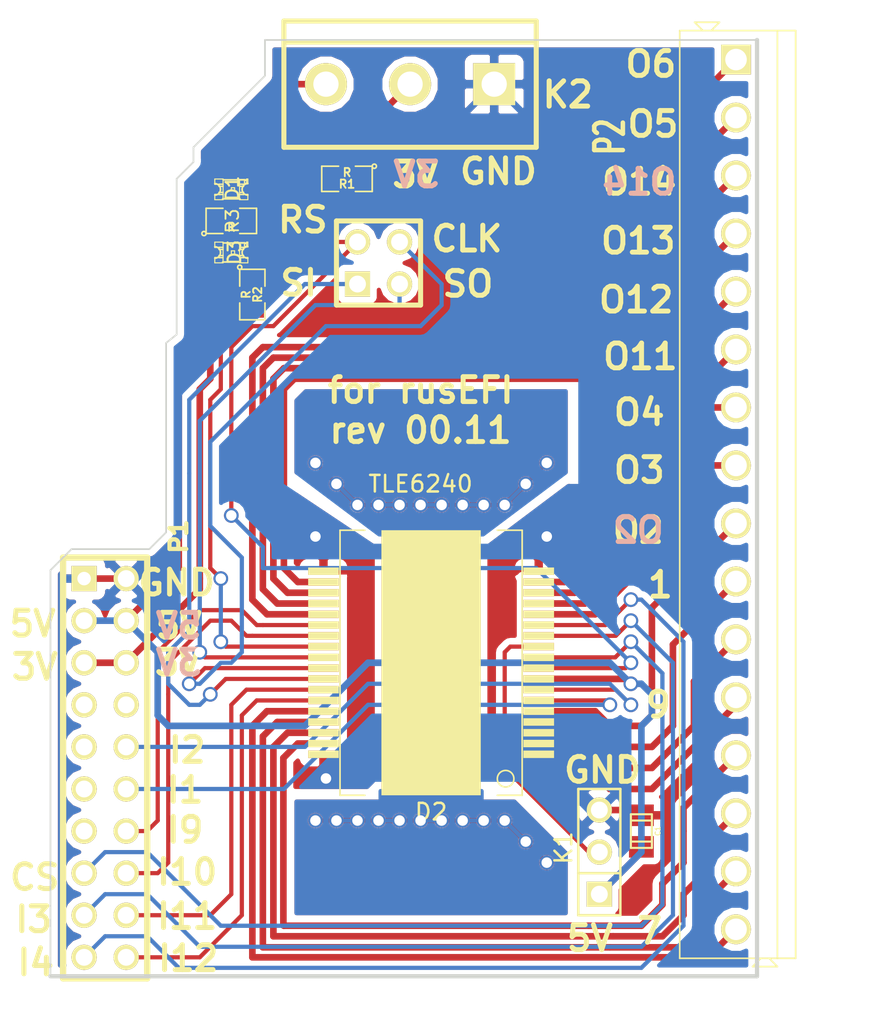
<source format=kicad_pcb>
(kicad_pcb (version 4) (host pcbnew 4.0.5)

  (general
    (links 53)
    (no_connects 0)
    (area 120.639999 87.7808 230.608 190.510001)
    (thickness 1.6)
    (drawings 69)
    (tracks 403)
    (zones 0)
    (modules 12)
    (nets 37)
  )

  (page A)
  (title_block
    (title "rusEFI break out board")
    (date 2018-12-29)
    (rev R0.1)
  )

  (layers
    (0 F.Cu signal)
    (31 B.Cu signal)
    (32 B.Adhes user)
    (33 F.Adhes user)
    (34 B.Paste user)
    (35 F.Paste user)
    (36 B.SilkS user)
    (37 F.SilkS user)
    (38 B.Mask user)
    (39 F.Mask user)
    (40 Dwgs.User user)
    (41 Cmts.User user)
    (42 Eco1.User user)
    (43 Eco2.User user hide)
    (44 Edge.Cuts user)
  )

  (setup
    (last_trace_width 0.254)
    (user_trace_width 0.254)
    (user_trace_width 0.254)
    (user_trace_width 0.39116)
    (user_trace_width 0.39116)
    (user_trace_width 0.508)
    (user_trace_width 0.508)
    (user_trace_width 0.762)
    (user_trace_width 0.762)
    (user_trace_width 1.38176)
    (user_trace_width 1.38176)
    (user_trace_width 3.6068)
    (user_trace_width 9.3472)
    (trace_clearance 0.012)
    (zone_clearance 0.4)
    (zone_45_only no)
    (trace_min 0.254)
    (segment_width 0.1)
    (edge_width 0.1)
    (via_size 0.889)
    (via_drill 0.635)
    (via_min_size 0.889)
    (via_min_drill 0.508)
    (user_via 1.016 0.508)
    (user_via 1.016 0.508)
    (user_via 1.651 1.143)
    (user_via 1.651 1.143)
    (user_via 3.6322 0.31242)
    (user_via 3.6322 0.31242)
    (uvia_size 0.508)
    (uvia_drill 0.127)
    (uvias_allowed no)
    (uvia_min_size 0.508)
    (uvia_min_drill 0.127)
    (pcb_text_width 0.3)
    (pcb_text_size 1.5 1.5)
    (mod_edge_width 0.15)
    (mod_text_size 1 1)
    (mod_text_width 0.15)
    (pad_size 1.524 1.524)
    (pad_drill 1.016)
    (pad_to_mask_clearance 0)
    (aux_axis_origin 0 0)
    (visible_elements 7FFFFF3F)
    (pcbplotparams
      (layerselection 0x00030_80000001)
      (usegerberextensions true)
      (excludeedgelayer true)
      (linewidth 0.150000)
      (plotframeref false)
      (viasonmask false)
      (mode 1)
      (useauxorigin false)
      (hpglpennumber 1)
      (hpglpenspeed 20)
      (hpglpendiameter 15)
      (hpglpenoverlay 2)
      (psnegative false)
      (psa4output false)
      (plotreference true)
      (plotvalue true)
      (plotinvisibletext false)
      (padsonsilk false)
      (subtractmaskfromsilk false)
      (outputformat 1)
      (mirror false)
      (drillshape 0)
      (scaleselection 1)
      (outputdirectory gerber_tle6240))
  )

  (net 0 "")
  (net 1 +5V)
  (net 2 /+3.3V)
  (net 3 /CS)
  (net 4 /Fault)
  (net 5 /IN1)
  (net 6 /IN10)
  (net 7 /IN11)
  (net 8 /IN12)
  (net 9 /IN2)
  (net 10 /IN3)
  (net 11 /IN4)
  (net 12 /IN9)
  (net 13 /OUT1)
  (net 14 /OUT10)
  (net 15 /OUT11)
  (net 16 /OUT12)
  (net 17 /OUT13)
  (net 18 /OUT14)
  (net 19 /OUT15)
  (net 20 /OUT16)
  (net 21 /OUT2)
  (net 22 /OUT3)
  (net 23 /OUT4)
  (net 24 /OUT5)
  (net 25 /OUT6)
  (net 26 /OUT7)
  (net 27 /OUT8)
  (net 28 /OUT9)
  (net 29 /PRG)
  (net 30 /Reset)
  (net 31 /SCLK)
  (net 32 /SI)
  (net 33 /SO)
  (net 34 GND)
  (net 35 N-0000014)
  (net 36 N-0000023)

  (net_class Default "This is the default net class."
    (clearance 0.012)
    (trace_width 0.254)
    (via_dia 0.889)
    (via_drill 0.635)
    (uvia_dia 0.508)
    (uvia_drill 0.127)
    (add_net N-0000014)
    (add_net N-0000023)
  )

  (net_class Power ""
    (clearance 0.154)
    (trace_width 0.4)
    (via_dia 0.889)
    (via_drill 0.635)
    (uvia_dia 0.508)
    (uvia_drill 0.127)
    (add_net +5V)
    (add_net /+3.3V)
    (add_net /OUT1)
    (add_net /OUT10)
    (add_net /OUT11)
    (add_net /OUT12)
    (add_net /OUT13)
    (add_net /OUT14)
    (add_net /OUT15)
    (add_net /OUT16)
    (add_net /OUT2)
    (add_net /OUT3)
    (add_net /OUT4)
    (add_net /OUT5)
    (add_net /OUT6)
    (add_net /OUT7)
    (add_net /OUT8)
    (add_net /OUT9)
    (add_net GND)
  )

  (net_class Signal ""
    (clearance 0.154)
    (trace_width 0.254)
    (via_dia 0.889)
    (via_drill 0.635)
    (uvia_dia 0.508)
    (uvia_drill 0.127)
    (add_net /CS)
    (add_net /Fault)
    (add_net /IN1)
    (add_net /IN10)
    (add_net /IN11)
    (add_net /IN12)
    (add_net /IN2)
    (add_net /IN3)
    (add_net /IN4)
    (add_net /IN9)
    (add_net /PRG)
    (add_net /Reset)
    (add_net /SCLK)
    (add_net /SI)
    (add_net /SO)
  )

  (module SM0805 (layer F.Cu) (tedit 5091495C) (tstamp 52FB0DAD)
    (at 193.675 102.87 180)
    (path /52F8DA08)
    (attr smd)
    (fp_text reference R1 (at 0 -0.3175 180) (layer F.SilkS)
      (effects (font (size 0.50038 0.50038) (thickness 0.10922)))
    )
    (fp_text value R (at 0 0.381 180) (layer F.SilkS)
      (effects (font (size 0.50038 0.50038) (thickness 0.10922)))
    )
    (fp_circle (center -1.651 0.762) (end -1.651 0.635) (layer F.SilkS) (width 0.09906))
    (fp_line (start -0.508 0.762) (end -1.524 0.762) (layer F.SilkS) (width 0.09906))
    (fp_line (start -1.524 0.762) (end -1.524 -0.762) (layer F.SilkS) (width 0.09906))
    (fp_line (start -1.524 -0.762) (end -0.508 -0.762) (layer F.SilkS) (width 0.09906))
    (fp_line (start 0.508 -0.762) (end 1.524 -0.762) (layer F.SilkS) (width 0.09906))
    (fp_line (start 1.524 -0.762) (end 1.524 0.762) (layer F.SilkS) (width 0.09906))
    (fp_line (start 1.524 0.762) (end 0.508 0.762) (layer F.SilkS) (width 0.09906))
    (pad 1 smd rect (at -0.9525 0 180) (size 0.889 1.397) (layers F.Cu F.Paste F.Mask)
      (net 34 GND))
    (pad 2 smd rect (at 0.9525 0 180) (size 0.889 1.397) (layers F.Cu F.Paste F.Mask)
      (net 36 N-0000023))
    (model smd/chip_cms.wrl
      (at (xyz 0 0 0))
      (scale (xyz 0.1 0.1 0.1))
      (rotate (xyz 0 0 0))
    )
  )

  (module SM0805 (layer F.Cu) (tedit 5091495C) (tstamp 52FB0DBA)
    (at 187.96 109.855 270)
    (path /52F9D13C)
    (attr smd)
    (fp_text reference R2 (at 0 -0.3175 270) (layer F.SilkS)
      (effects (font (size 0.50038 0.50038) (thickness 0.10922)))
    )
    (fp_text value R (at 0 0.381 270) (layer F.SilkS)
      (effects (font (size 0.50038 0.50038) (thickness 0.10922)))
    )
    (fp_circle (center -1.651 0.762) (end -1.651 0.635) (layer F.SilkS) (width 0.09906))
    (fp_line (start -0.508 0.762) (end -1.524 0.762) (layer F.SilkS) (width 0.09906))
    (fp_line (start -1.524 0.762) (end -1.524 -0.762) (layer F.SilkS) (width 0.09906))
    (fp_line (start -1.524 -0.762) (end -0.508 -0.762) (layer F.SilkS) (width 0.09906))
    (fp_line (start 0.508 -0.762) (end 1.524 -0.762) (layer F.SilkS) (width 0.09906))
    (fp_line (start 1.524 -0.762) (end 1.524 0.762) (layer F.SilkS) (width 0.09906))
    (fp_line (start 1.524 0.762) (end 0.508 0.762) (layer F.SilkS) (width 0.09906))
    (pad 1 smd rect (at -0.9525 0 270) (size 0.889 1.397) (layers F.Cu F.Paste F.Mask)
      (net 35 N-0000014))
    (pad 2 smd rect (at 0.9525 0 270) (size 0.889 1.397) (layers F.Cu F.Paste F.Mask)
      (net 4 /Fault))
    (model smd/chip_cms.wrl
      (at (xyz 0 0 0))
      (scale (xyz 0.1 0.1 0.1))
      (rotate (xyz 0 0 0))
    )
  )

  (module PIN_ARRAY_3X1 (layer F.Cu) (tedit 52FB37A7) (tstamp 52FB0DC6)
    (at 208.915 143.51 90)
    (descr "Connecteur 3 pins")
    (tags "CONN DEV")
    (path /52FC8371)
    (fp_text reference K1 (at 0.254 -2.159 90) (layer F.SilkS)
      (effects (font (size 1.016 1.016) (thickness 0.1524)))
    )
    (fp_text value JUMPER3 (at 0 -2.159 90) (layer F.SilkS) hide
      (effects (font (size 1.016 1.016) (thickness 0.1524)))
    )
    (fp_line (start -3.81 1.27) (end -3.81 -1.27) (layer F.SilkS) (width 0.1524))
    (fp_line (start -3.81 -1.27) (end 3.81 -1.27) (layer F.SilkS) (width 0.1524))
    (fp_line (start 3.81 -1.27) (end 3.81 1.27) (layer F.SilkS) (width 0.1524))
    (fp_line (start 3.81 1.27) (end -3.81 1.27) (layer F.SilkS) (width 0.1524))
    (fp_line (start -1.27 -1.27) (end -1.27 1.27) (layer F.SilkS) (width 0.1524))
    (pad 1 thru_hole rect (at -2.54 0 90) (size 1.524 1.524) (drill 1.016) (layers *.Cu *.Mask F.SilkS)
      (net 1 +5V))
    (pad 2 thru_hole circle (at 0 0 90) (size 1.524 1.524) (drill 1.016) (layers *.Cu *.Mask F.SilkS)
      (net 29 /PRG))
    (pad 3 thru_hole circle (at 2.54 0 90) (size 1.524 1.524) (drill 1.016) (layers *.Cu *.Mask F.SilkS)
      (net 34 GND))
    (model pin_array/pins_array_3x1.wrl
      (at (xyz 0 0 0))
      (scale (xyz 1 1 1))
      (rotate (xyz 0 0 0))
    )
  )

  (module PIN_ARRAY_10X2 (layer F.Cu) (tedit 541D514E) (tstamp 52FB0DE2)
    (at 179.07 138.43 270)
    (descr "Double rangee de contacts 2 x 10 pins")
    (tags CONN)
    (path /52F8BA09)
    (fp_text reference P1 (at -13.97 -4.445 270) (layer F.SilkS)
      (effects (font (size 1.016 1.016) (thickness 0.254)))
    )
    (fp_text value CONN_10X2 (at -0.1905 7.747 270) (layer F.SilkS) hide
      (effects (font (size 1.016 1.016) (thickness 0.2032)))
    )
    (fp_line (start 12.7 2.54) (end -12.7 2.54) (layer F.SilkS) (width 0.381))
    (fp_line (start -12.7 -2.54) (end 12.7 -2.54) (layer F.SilkS) (width 0.381))
    (fp_line (start -12.7 -2.54) (end -12.7 2.54) (layer F.SilkS) (width 0.381))
    (fp_line (start 12.7 2.54) (end 12.7 -2.54) (layer F.SilkS) (width 0.381))
    (pad 1 thru_hole rect (at -11.43 1.27 270) (size 1.524 1.524) (drill 0.8128) (layers *.Cu *.Mask F.SilkS)
      (net 34 GND))
    (pad 2 thru_hole circle (at -11.43 -1.27 270) (size 1.524 1.524) (drill 1.016) (layers *.Cu *.Mask F.SilkS)
      (net 34 GND))
    (pad 3 thru_hole circle (at -8.89 1.27 270) (size 1.524 1.524) (drill 1.016) (layers *.Cu *.Mask F.SilkS)
      (net 1 +5V))
    (pad 4 thru_hole circle (at -8.89 -1.27 270) (size 1.524 1.524) (drill 1.016) (layers *.Cu *.Mask F.SilkS)
      (net 1 +5V))
    (pad 5 thru_hole circle (at -6.35 1.27 270) (size 1.524 1.524) (drill 1.016) (layers *.Cu *.Mask F.SilkS)
      (net 2 /+3.3V))
    (pad 6 thru_hole circle (at -6.35 -1.27 270) (size 1.524 1.524) (drill 1.016) (layers *.Cu *.Mask F.SilkS)
      (net 2 /+3.3V))
    (pad 7 thru_hole circle (at -3.81 1.27 270) (size 1.524 1.524) (drill 1.016) (layers *.Cu *.Mask F.SilkS))
    (pad 8 thru_hole circle (at -3.81 -1.27 270) (size 1.524 1.524) (drill 1.016) (layers *.Cu *.Mask F.SilkS))
    (pad 9 thru_hole circle (at -1.27 1.27 270) (size 1.524 1.524) (drill 1.016) (layers *.Cu *.Mask F.SilkS))
    (pad 10 thru_hole circle (at -1.27 -1.27 270) (size 1.524 1.524) (drill 1.016) (layers *.Cu *.Mask F.SilkS)
      (net 9 /IN2))
    (pad 11 thru_hole circle (at 1.27 1.27 270) (size 1.524 1.524) (drill 1.016) (layers *.Cu *.Mask F.SilkS))
    (pad 12 thru_hole circle (at 1.27 -1.27 270) (size 1.524 1.524) (drill 1.016) (layers *.Cu *.Mask F.SilkS)
      (net 5 /IN1))
    (pad 13 thru_hole circle (at 3.81 1.27 270) (size 1.524 1.524) (drill 1.016) (layers *.Cu *.Mask F.SilkS))
    (pad 14 thru_hole circle (at 3.81 -1.27 270) (size 1.524 1.524) (drill 1.016) (layers *.Cu *.Mask F.SilkS)
      (net 12 /IN9))
    (pad 15 thru_hole circle (at 6.35 1.27 270) (size 1.524 1.524) (drill 1.016) (layers *.Cu *.Mask F.SilkS)
      (net 3 /CS))
    (pad 16 thru_hole circle (at 6.35 -1.27 270) (size 1.524 1.524) (drill 1.016) (layers *.Cu *.Mask F.SilkS)
      (net 6 /IN10))
    (pad 17 thru_hole circle (at 8.89 1.27 270) (size 1.524 1.524) (drill 1.016) (layers *.Cu *.Mask F.SilkS)
      (net 10 /IN3))
    (pad 18 thru_hole circle (at 8.89 -1.27 270) (size 1.524 1.524) (drill 1.016) (layers *.Cu *.Mask F.SilkS)
      (net 7 /IN11))
    (pad 19 thru_hole circle (at 11.43 1.27 270) (size 1.524 1.524) (drill 1.016) (layers *.Cu *.Mask F.SilkS)
      (net 11 /IN4))
    (pad 20 thru_hole circle (at 11.43 -1.27 270) (size 1.524 1.524) (drill 1.016) (layers *.Cu *.Mask F.SilkS)
      (net 8 /IN12))
    (model 3d/M_header_10x2.wrl
      (at (xyz 0 0 0))
      (scale (xyz 1 1 1))
      (rotate (xyz -90 0 0))
    )
  )

  (module PG-DSO-36 (layer F.Cu) (tedit 541D5102) (tstamp 52FB0E12)
    (at 198.755 132.08 180)
    (path /52F8B8AA)
    (fp_text reference D2 (at 0 -9 180) (layer F.SilkS)
      (effects (font (size 1 1) (thickness 0.15)))
    )
    (fp_text value TLE6240 (at 0.635 10.795 180) (layer F.SilkS)
      (effects (font (size 1 1) (thickness 0.15)))
    )
    (fp_circle (center -4.5 -7) (end -4.5 -7.5) (layer F.SilkS) (width 0.1))
    (fp_line (start 4 -8) (end 5.5 -8) (layer F.SilkS) (width 0.1))
    (fp_line (start 5.5 -8) (end 5.5 8) (layer F.SilkS) (width 0.1))
    (fp_line (start 5.5 8) (end 4 8) (layer F.SilkS) (width 0.1))
    (fp_line (start -5.5 -8) (end -5.5 8) (layer F.SilkS) (width 0.1))
    (fp_line (start -5.5 8) (end -4 8) (layer F.SilkS) (width 0.1))
    (fp_line (start -5.5 -8) (end -4 -8) (layer F.SilkS) (width 0.1))
    (pad 99 smd rect (at 0 0 180) (size 6 16) (layers F.Cu F.Paste F.SilkS F.Mask))
    (pad 1 smd rect (at -6.5 -5.525 180) (size 1.85 0.45) (layers F.Cu F.Paste F.SilkS F.Mask)
      (net 34 GND))
    (pad 2 smd rect (at -6.5 -4.875 180) (size 1.85 0.45) (layers F.Cu F.Paste F.SilkS F.Mask)
      (net 28 /OUT9))
    (pad 3 smd rect (at -6.5 -4.225 180) (size 1.85 0.45) (layers F.Cu F.Paste F.SilkS F.Mask)
      (net 14 /OUT10))
    (pad 4 smd rect (at -6.5 -3.575 180) (size 1.85 0.45) (layers F.Cu F.Paste F.SilkS F.Mask)
      (net 13 /OUT1))
    (pad 5 smd rect (at -6.5 -2.925 180) (size 1.85 0.45) (layers F.Cu F.Paste F.SilkS F.Mask)
      (net 21 /OUT2))
    (pad 6 smd rect (at -6.5 -2.275 180) (size 1.85 0.45) (layers F.Cu F.Paste F.SilkS F.Mask)
      (net 5 /IN1))
    (pad 7 smd rect (at -6.5 -1.625 180) (size 1.85 0.45) (layers F.Cu F.Paste F.SilkS F.Mask)
      (net 9 /IN2))
    (pad 8 smd rect (at -6.5 -0.975 180) (size 1.85 0.45) (layers F.Cu F.Paste F.SilkS F.Mask)
      (net 1 +5V))
    (pad 9 smd rect (at -6.5 -0.325 180) (size 1.85 0.45) (layers F.Cu F.Paste F.SilkS F.Mask)
      (net 30 /Reset))
    (pad 10 smd rect (at -6.5 0.325 180) (size 1.85 0.45) (layers F.Cu F.Paste F.SilkS F.Mask)
      (net 3 /CS))
    (pad 11 smd rect (at -6.5 0.975 180) (size 1.85 0.45) (layers F.Cu F.Paste F.SilkS F.Mask)
      (net 29 /PRG))
    (pad 12 smd rect (at -6.5 1.625 180) (size 1.85 0.45) (layers F.Cu F.Paste F.SilkS F.Mask)
      (net 10 /IN3))
    (pad 13 smd rect (at -6.5 2.275 180) (size 1.85 0.45) (layers F.Cu F.Paste F.SilkS F.Mask)
      (net 11 /IN4))
    (pad 14 smd rect (at -6.5 2.925 180) (size 1.85 0.45) (layers F.Cu F.Paste F.SilkS F.Mask)
      (net 22 /OUT3))
    (pad 15 smd rect (at -6.5 3.575 180) (size 1.85 0.45) (layers F.Cu F.Paste F.SilkS F.Mask)
      (net 23 /OUT4))
    (pad 16 smd rect (at -6.5 4.225 180) (size 1.85 0.45) (layers F.Cu F.Paste F.SilkS F.Mask)
      (net 15 /OUT11))
    (pad 17 smd rect (at -6.5 4.875 180) (size 1.85 0.45) (layers F.Cu F.Paste F.SilkS F.Mask)
      (net 16 /OUT12))
    (pad 18 smd rect (at -6.5 5.525 180) (size 1.85 0.45) (layers F.Cu F.Paste F.SilkS F.Mask)
      (net 34 GND))
    (pad 19 smd rect (at 6.5 5.525 180) (size 1.85 0.45) (layers F.Cu F.Paste F.SilkS F.Mask)
      (net 34 GND))
    (pad 20 smd rect (at 6.5 4.875 180) (size 1.85 0.45) (layers F.Cu F.Paste F.SilkS F.Mask)
      (net 17 /OUT13))
    (pad 21 smd rect (at 6.5 4.225 180) (size 1.85 0.45) (layers F.Cu F.Paste F.SilkS F.Mask)
      (net 18 /OUT14))
    (pad 22 smd rect (at 6.5 3.575 180) (size 1.85 0.45) (layers F.Cu F.Paste F.SilkS F.Mask)
      (net 24 /OUT5))
    (pad 23 smd rect (at 6.5 2.925 180) (size 1.85 0.45) (layers F.Cu F.Paste F.SilkS F.Mask)
      (net 25 /OUT6))
    (pad 24 smd rect (at 6.5 2.275 180) (size 1.85 0.45) (layers F.Cu F.Paste F.SilkS F.Mask)
      (net 12 /IN9))
    (pad 25 smd rect (at 6.5 1.625 180) (size 1.85 0.45) (layers F.Cu F.Paste F.SilkS F.Mask)
      (net 6 /IN10))
    (pad 26 smd rect (at 6.5 0.975 180) (size 1.85 0.45) (layers F.Cu F.Paste F.SilkS F.Mask)
      (net 4 /Fault))
    (pad 27 smd rect (at 6.5 0.325 180) (size 1.85 0.45) (layers F.Cu F.Paste F.SilkS F.Mask)
      (net 33 /SO))
    (pad 28 smd rect (at 6.5 -0.325 180) (size 1.85 0.45) (layers F.Cu F.Paste F.SilkS F.Mask)
      (net 31 /SCLK))
    (pad 29 smd rect (at 6.5 -0.975 180) (size 1.85 0.45) (layers F.Cu F.Paste F.SilkS F.Mask)
      (net 32 /SI))
    (pad 30 smd rect (at 6.5 -1.625 180) (size 1.85 0.45) (layers F.Cu F.Paste F.SilkS F.Mask)
      (net 7 /IN11))
    (pad 31 smd rect (at 6.5 -2.275 180) (size 1.85 0.45) (layers F.Cu F.Paste F.SilkS F.Mask)
      (net 8 /IN12))
    (pad 32 smd rect (at 6.5 -2.925 180) (size 1.85 0.45) (layers F.Cu F.Paste F.SilkS F.Mask)
      (net 26 /OUT7))
    (pad 33 smd rect (at 6.5 -3.575 180) (size 1.85 0.45) (layers F.Cu F.Paste F.SilkS F.Mask)
      (net 27 /OUT8))
    (pad 34 smd rect (at 6.5 -4.225 180) (size 1.85 0.45) (layers F.Cu F.Paste F.SilkS F.Mask)
      (net 19 /OUT15))
    (pad 35 smd rect (at 6.5 -4.875 180) (size 1.85 0.45) (layers F.Cu F.Paste F.SilkS F.Mask)
      (net 20 /OUT16))
    (pad 36 smd rect (at 6.5 -5.525 180) (size 1.85 0.45) (layers F.Cu F.Paste F.SilkS F.Mask)
      (net 34 GND))
  )

  (module LED-0805 (layer F.Cu) (tedit 5383B3BB) (tstamp 52FB0E4D)
    (at 186.69 103.505)
    (descr "LED 0805 smd package")
    (tags "LED 0805 SMD")
    (path /52F8D9F4)
    (attr smd)
    (fp_text reference D1 (at 0.0635 -0.0635 90) (layer F.SilkS)
      (effects (font (size 0.762 0.762) (thickness 0.127)))
    )
    (fp_text value LED (at 0 1.27) (layer F.SilkS) hide
      (effects (font (size 0.762 0.762) (thickness 0.127)))
    )
    (fp_line (start 0.49784 0.29972) (end 0.49784 0.62484) (layer F.SilkS) (width 0.06604))
    (fp_line (start 0.49784 0.62484) (end 0.99822 0.62484) (layer F.SilkS) (width 0.06604))
    (fp_line (start 0.99822 0.29972) (end 0.99822 0.62484) (layer F.SilkS) (width 0.06604))
    (fp_line (start 0.49784 0.29972) (end 0.99822 0.29972) (layer F.SilkS) (width 0.06604))
    (fp_line (start 0.49784 -0.32258) (end 0.49784 -0.17272) (layer F.SilkS) (width 0.06604))
    (fp_line (start 0.49784 -0.17272) (end 0.7493 -0.17272) (layer F.SilkS) (width 0.06604))
    (fp_line (start 0.7493 -0.32258) (end 0.7493 -0.17272) (layer F.SilkS) (width 0.06604))
    (fp_line (start 0.49784 -0.32258) (end 0.7493 -0.32258) (layer F.SilkS) (width 0.06604))
    (fp_line (start 0.49784 0.17272) (end 0.49784 0.32258) (layer F.SilkS) (width 0.06604))
    (fp_line (start 0.49784 0.32258) (end 0.7493 0.32258) (layer F.SilkS) (width 0.06604))
    (fp_line (start 0.7493 0.17272) (end 0.7493 0.32258) (layer F.SilkS) (width 0.06604))
    (fp_line (start 0.49784 0.17272) (end 0.7493 0.17272) (layer F.SilkS) (width 0.06604))
    (fp_line (start 0.49784 -0.19812) (end 0.49784 0.19812) (layer F.SilkS) (width 0.06604))
    (fp_line (start 0.49784 0.19812) (end 0.6731 0.19812) (layer F.SilkS) (width 0.06604))
    (fp_line (start 0.6731 -0.19812) (end 0.6731 0.19812) (layer F.SilkS) (width 0.06604))
    (fp_line (start 0.49784 -0.19812) (end 0.6731 -0.19812) (layer F.SilkS) (width 0.06604))
    (fp_line (start -0.99822 0.29972) (end -0.99822 0.62484) (layer F.SilkS) (width 0.06604))
    (fp_line (start -0.99822 0.62484) (end -0.49784 0.62484) (layer F.SilkS) (width 0.06604))
    (fp_line (start -0.49784 0.29972) (end -0.49784 0.62484) (layer F.SilkS) (width 0.06604))
    (fp_line (start -0.99822 0.29972) (end -0.49784 0.29972) (layer F.SilkS) (width 0.06604))
    (fp_line (start -0.99822 -0.62484) (end -0.99822 -0.29972) (layer F.SilkS) (width 0.06604))
    (fp_line (start -0.99822 -0.29972) (end -0.49784 -0.29972) (layer F.SilkS) (width 0.06604))
    (fp_line (start -0.49784 -0.62484) (end -0.49784 -0.29972) (layer F.SilkS) (width 0.06604))
    (fp_line (start -0.99822 -0.62484) (end -0.49784 -0.62484) (layer F.SilkS) (width 0.06604))
    (fp_line (start -0.7493 0.17272) (end -0.7493 0.32258) (layer F.SilkS) (width 0.06604))
    (fp_line (start -0.7493 0.32258) (end -0.49784 0.32258) (layer F.SilkS) (width 0.06604))
    (fp_line (start -0.49784 0.17272) (end -0.49784 0.32258) (layer F.SilkS) (width 0.06604))
    (fp_line (start -0.7493 0.17272) (end -0.49784 0.17272) (layer F.SilkS) (width 0.06604))
    (fp_line (start -0.7493 -0.32258) (end -0.7493 -0.17272) (layer F.SilkS) (width 0.06604))
    (fp_line (start -0.7493 -0.17272) (end -0.49784 -0.17272) (layer F.SilkS) (width 0.06604))
    (fp_line (start -0.49784 -0.32258) (end -0.49784 -0.17272) (layer F.SilkS) (width 0.06604))
    (fp_line (start -0.7493 -0.32258) (end -0.49784 -0.32258) (layer F.SilkS) (width 0.06604))
    (fp_line (start -0.6731 -0.19812) (end -0.6731 0.19812) (layer F.SilkS) (width 0.06604))
    (fp_line (start -0.6731 0.19812) (end -0.49784 0.19812) (layer F.SilkS) (width 0.06604))
    (fp_line (start -0.49784 -0.19812) (end -0.49784 0.19812) (layer F.SilkS) (width 0.06604))
    (fp_line (start -0.6731 -0.19812) (end -0.49784 -0.19812) (layer F.SilkS) (width 0.06604))
    (fp_line (start 0 -0.09906) (end 0 0.09906) (layer F.SilkS) (width 0.06604))
    (fp_line (start 0 0.09906) (end 0.19812 0.09906) (layer F.SilkS) (width 0.06604))
    (fp_line (start 0.19812 -0.09906) (end 0.19812 0.09906) (layer F.SilkS) (width 0.06604))
    (fp_line (start 0 -0.09906) (end 0.19812 -0.09906) (layer F.SilkS) (width 0.06604))
    (fp_line (start 0.49784 -0.59944) (end 0.49784 -0.29972) (layer F.SilkS) (width 0.06604))
    (fp_line (start 0.49784 -0.29972) (end 0.79756 -0.29972) (layer F.SilkS) (width 0.06604))
    (fp_line (start 0.79756 -0.59944) (end 0.79756 -0.29972) (layer F.SilkS) (width 0.06604))
    (fp_line (start 0.49784 -0.59944) (end 0.79756 -0.59944) (layer F.SilkS) (width 0.06604))
    (fp_line (start 0.92456 -0.62484) (end 0.92456 -0.39878) (layer F.SilkS) (width 0.06604))
    (fp_line (start 0.92456 -0.39878) (end 0.99822 -0.39878) (layer F.SilkS) (width 0.06604))
    (fp_line (start 0.99822 -0.62484) (end 0.99822 -0.39878) (layer F.SilkS) (width 0.06604))
    (fp_line (start 0.92456 -0.62484) (end 0.99822 -0.62484) (layer F.SilkS) (width 0.06604))
    (fp_line (start 0.52324 0.57404) (end -0.52324 0.57404) (layer F.SilkS) (width 0.1016))
    (fp_line (start -0.49784 -0.57404) (end 0.92456 -0.57404) (layer F.SilkS) (width 0.1016))
    (fp_circle (center 0.84836 -0.44958) (end 0.89916 -0.50038) (layer F.SilkS) (width 0.0508))
    (fp_arc (start 0.99822 0) (end 0.99822 0.34798) (angle 180) (layer F.SilkS) (width 0.1016))
    (fp_arc (start -0.99822 0) (end -0.99822 -0.34798) (angle 180) (layer F.SilkS) (width 0.1016))
    (pad 1 smd rect (at -1.04902 0) (size 1.19888 1.19888) (layers F.Cu F.Paste F.Mask)
      (net 1 +5V))
    (pad 2 smd rect (at 1.04902 0) (size 1.19888 1.19888) (layers F.Cu F.Paste F.Mask)
      (net 36 N-0000023))
  )

  (module LED-0805 (layer F.Cu) (tedit 5383B3B1) (tstamp 52FB0E88)
    (at 186.69 107.315)
    (descr "LED 0805 smd package")
    (tags "LED 0805 SMD")
    (path /52F9D123)
    (attr smd)
    (fp_text reference D3 (at 0.1905 0 90) (layer F.SilkS)
      (effects (font (size 0.762 0.762) (thickness 0.127)))
    )
    (fp_text value LED (at 0 1.27) (layer F.SilkS) hide
      (effects (font (size 0.762 0.762) (thickness 0.127)))
    )
    (fp_line (start 0.49784 0.29972) (end 0.49784 0.62484) (layer F.SilkS) (width 0.06604))
    (fp_line (start 0.49784 0.62484) (end 0.99822 0.62484) (layer F.SilkS) (width 0.06604))
    (fp_line (start 0.99822 0.29972) (end 0.99822 0.62484) (layer F.SilkS) (width 0.06604))
    (fp_line (start 0.49784 0.29972) (end 0.99822 0.29972) (layer F.SilkS) (width 0.06604))
    (fp_line (start 0.49784 -0.32258) (end 0.49784 -0.17272) (layer F.SilkS) (width 0.06604))
    (fp_line (start 0.49784 -0.17272) (end 0.7493 -0.17272) (layer F.SilkS) (width 0.06604))
    (fp_line (start 0.7493 -0.32258) (end 0.7493 -0.17272) (layer F.SilkS) (width 0.06604))
    (fp_line (start 0.49784 -0.32258) (end 0.7493 -0.32258) (layer F.SilkS) (width 0.06604))
    (fp_line (start 0.49784 0.17272) (end 0.49784 0.32258) (layer F.SilkS) (width 0.06604))
    (fp_line (start 0.49784 0.32258) (end 0.7493 0.32258) (layer F.SilkS) (width 0.06604))
    (fp_line (start 0.7493 0.17272) (end 0.7493 0.32258) (layer F.SilkS) (width 0.06604))
    (fp_line (start 0.49784 0.17272) (end 0.7493 0.17272) (layer F.SilkS) (width 0.06604))
    (fp_line (start 0.49784 -0.19812) (end 0.49784 0.19812) (layer F.SilkS) (width 0.06604))
    (fp_line (start 0.49784 0.19812) (end 0.6731 0.19812) (layer F.SilkS) (width 0.06604))
    (fp_line (start 0.6731 -0.19812) (end 0.6731 0.19812) (layer F.SilkS) (width 0.06604))
    (fp_line (start 0.49784 -0.19812) (end 0.6731 -0.19812) (layer F.SilkS) (width 0.06604))
    (fp_line (start -0.99822 0.29972) (end -0.99822 0.62484) (layer F.SilkS) (width 0.06604))
    (fp_line (start -0.99822 0.62484) (end -0.49784 0.62484) (layer F.SilkS) (width 0.06604))
    (fp_line (start -0.49784 0.29972) (end -0.49784 0.62484) (layer F.SilkS) (width 0.06604))
    (fp_line (start -0.99822 0.29972) (end -0.49784 0.29972) (layer F.SilkS) (width 0.06604))
    (fp_line (start -0.99822 -0.62484) (end -0.99822 -0.29972) (layer F.SilkS) (width 0.06604))
    (fp_line (start -0.99822 -0.29972) (end -0.49784 -0.29972) (layer F.SilkS) (width 0.06604))
    (fp_line (start -0.49784 -0.62484) (end -0.49784 -0.29972) (layer F.SilkS) (width 0.06604))
    (fp_line (start -0.99822 -0.62484) (end -0.49784 -0.62484) (layer F.SilkS) (width 0.06604))
    (fp_line (start -0.7493 0.17272) (end -0.7493 0.32258) (layer F.SilkS) (width 0.06604))
    (fp_line (start -0.7493 0.32258) (end -0.49784 0.32258) (layer F.SilkS) (width 0.06604))
    (fp_line (start -0.49784 0.17272) (end -0.49784 0.32258) (layer F.SilkS) (width 0.06604))
    (fp_line (start -0.7493 0.17272) (end -0.49784 0.17272) (layer F.SilkS) (width 0.06604))
    (fp_line (start -0.7493 -0.32258) (end -0.7493 -0.17272) (layer F.SilkS) (width 0.06604))
    (fp_line (start -0.7493 -0.17272) (end -0.49784 -0.17272) (layer F.SilkS) (width 0.06604))
    (fp_line (start -0.49784 -0.32258) (end -0.49784 -0.17272) (layer F.SilkS) (width 0.06604))
    (fp_line (start -0.7493 -0.32258) (end -0.49784 -0.32258) (layer F.SilkS) (width 0.06604))
    (fp_line (start -0.6731 -0.19812) (end -0.6731 0.19812) (layer F.SilkS) (width 0.06604))
    (fp_line (start -0.6731 0.19812) (end -0.49784 0.19812) (layer F.SilkS) (width 0.06604))
    (fp_line (start -0.49784 -0.19812) (end -0.49784 0.19812) (layer F.SilkS) (width 0.06604))
    (fp_line (start -0.6731 -0.19812) (end -0.49784 -0.19812) (layer F.SilkS) (width 0.06604))
    (fp_line (start 0 -0.09906) (end 0 0.09906) (layer F.SilkS) (width 0.06604))
    (fp_line (start 0 0.09906) (end 0.19812 0.09906) (layer F.SilkS) (width 0.06604))
    (fp_line (start 0.19812 -0.09906) (end 0.19812 0.09906) (layer F.SilkS) (width 0.06604))
    (fp_line (start 0 -0.09906) (end 0.19812 -0.09906) (layer F.SilkS) (width 0.06604))
    (fp_line (start 0.49784 -0.59944) (end 0.49784 -0.29972) (layer F.SilkS) (width 0.06604))
    (fp_line (start 0.49784 -0.29972) (end 0.79756 -0.29972) (layer F.SilkS) (width 0.06604))
    (fp_line (start 0.79756 -0.59944) (end 0.79756 -0.29972) (layer F.SilkS) (width 0.06604))
    (fp_line (start 0.49784 -0.59944) (end 0.79756 -0.59944) (layer F.SilkS) (width 0.06604))
    (fp_line (start 0.92456 -0.62484) (end 0.92456 -0.39878) (layer F.SilkS) (width 0.06604))
    (fp_line (start 0.92456 -0.39878) (end 0.99822 -0.39878) (layer F.SilkS) (width 0.06604))
    (fp_line (start 0.99822 -0.62484) (end 0.99822 -0.39878) (layer F.SilkS) (width 0.06604))
    (fp_line (start 0.92456 -0.62484) (end 0.99822 -0.62484) (layer F.SilkS) (width 0.06604))
    (fp_line (start 0.52324 0.57404) (end -0.52324 0.57404) (layer F.SilkS) (width 0.1016))
    (fp_line (start -0.49784 -0.57404) (end 0.92456 -0.57404) (layer F.SilkS) (width 0.1016))
    (fp_circle (center 0.84836 -0.44958) (end 0.89916 -0.50038) (layer F.SilkS) (width 0.0508))
    (fp_arc (start 0.99822 0) (end 0.99822 0.34798) (angle 180) (layer F.SilkS) (width 0.1016))
    (fp_arc (start -0.99822 0) (end -0.99822 -0.34798) (angle 180) (layer F.SilkS) (width 0.1016))
    (pad 1 smd rect (at -1.04902 0) (size 1.19888 1.19888) (layers F.Cu F.Paste F.Mask)
      (net 1 +5V))
    (pad 2 smd rect (at 1.04902 0) (size 1.19888 1.19888) (layers F.Cu F.Paste F.Mask)
      (net 35 N-0000014))
  )

  (module c_0805 (layer F.Cu) (tedit 49047394) (tstamp 52FB0E94)
    (at 211.455 142.24 270)
    (descr "SMT capacitor, 0805")
    (path /52F8B996)
    (fp_text reference C1 (at 0 -0.9906 270) (layer F.SilkS)
      (effects (font (size 0.29972 0.29972) (thickness 0.06096)))
    )
    (fp_text value C (at 0 0.9906 270) (layer F.SilkS) hide
      (effects (font (size 0.29972 0.29972) (thickness 0.06096)))
    )
    (fp_line (start 0.635 -0.635) (end 0.635 0.635) (layer F.SilkS) (width 0.127))
    (fp_line (start -0.635 -0.635) (end -0.635 0.6096) (layer F.SilkS) (width 0.127))
    (fp_line (start -1.016 -0.635) (end 1.016 -0.635) (layer F.SilkS) (width 0.127))
    (fp_line (start 1.016 -0.635) (end 1.016 0.635) (layer F.SilkS) (width 0.127))
    (fp_line (start 1.016 0.635) (end -1.016 0.635) (layer F.SilkS) (width 0.127))
    (fp_line (start -1.016 0.635) (end -1.016 -0.635) (layer F.SilkS) (width 0.127))
    (pad 1 smd rect (at 0.9525 0 270) (size 1.30048 1.4986) (layers F.Cu F.Paste F.Mask)
      (net 1 +5V))
    (pad 2 smd rect (at -0.9525 0 270) (size 1.30048 1.4986) (layers F.Cu F.Paste F.Mask)
      (net 34 GND))
    (model smd/capacitors/c_0805.wrl
      (at (xyz 0 0 0))
      (scale (xyz 1 1 1))
      (rotate (xyz 0 0 0))
    )
  )

  (module bornier3 (layer F.Cu) (tedit 541D50EB) (tstamp 52FB1633)
    (at 197.485 97.155 180)
    (descr "Bornier d'alimentation 3 pins")
    (tags DEV)
    (path /52FB13F1)
    (fp_text reference K2 (at -9.525 -0.635 180) (layer F.SilkS)
      (effects (font (thickness 0.3048)))
    )
    (fp_text value CONN_3 (at -1.524 8.001 180) (layer F.SilkS) hide
      (effects (font (thickness 0.3048)))
    )
    (fp_line (start -7.62 3.81) (end -7.62 -3.81) (layer F.SilkS) (width 0.3048))
    (fp_line (start 7.62 3.81) (end 7.62 -3.81) (layer F.SilkS) (width 0.3048))
    (fp_line (start -7.62 2.54) (end 7.62 2.54) (layer F.SilkS) (width 0.3048))
    (fp_line (start -7.62 -3.81) (end 7.62 -3.81) (layer F.SilkS) (width 0.3048))
    (fp_line (start -7.62 3.81) (end 7.62 3.81) (layer F.SilkS) (width 0.3048))
    (pad 1 thru_hole rect (at -5.08 0 180) (size 2.54 2.54) (drill 1.524) (layers *.Cu *.Mask F.SilkS)
      (net 34 GND))
    (pad 2 thru_hole circle (at 0 0 180) (size 2.54 2.54) (drill 1.524) (layers *.Cu *.Mask F.SilkS)
      (net 2 /+3.3V))
    (pad 3 thru_hole circle (at 5.08 0 180) (size 2.54 2.54) (drill 1.524) (layers *.Cu *.Mask F.SilkS)
      (net 1 +5V))
    (model device/bornier_3.wrl
      (at (xyz 0 0 0))
      (scale (xyz 1 1 1))
      (rotate (xyz 0 0 0))
    )
  )

  (module SIL-16_3.5MM (layer F.Cu) (tedit 541D5133) (tstamp 52FB39C7)
    (at 217.17 121.92 270)
    (descr "14 PIN 3.5MM")
    (path /52FB1B2B)
    (fp_text reference P2 (at -21.59 7.62 270) (layer F.SilkS)
      (effects (font (size 1.72974 1.08712) (thickness 0.27178)))
    )
    (fp_text value CONN_16 (at 0 -5.715 270) (layer F.SilkS) hide
      (effects (font (size 1.524 1.016) (thickness 0.254)))
    )
    (fp_line (start -28 2) (end -28.5 2.5) (layer F.SilkS) (width 0.09906))
    (fp_line (start -28.5 2.5) (end -28.5 1.5) (layer F.SilkS) (width 0.09906))
    (fp_line (start -28.5 1.5) (end -28.5 1) (layer F.SilkS) (width 0.09906))
    (fp_line (start -28.5 1) (end -28 1.5) (layer F.SilkS) (width 0.09906))
    (fp_line (start 28 -2) (end 28.5 -2.5) (layer F.SilkS) (width 0.09906))
    (fp_line (start 28.5 -2.5) (end 28.5 -1.5) (layer F.SilkS) (width 0.09906))
    (fp_line (start 28.5 -1.5) (end 28.5 -1) (layer F.SilkS) (width 0.09906))
    (fp_line (start 28.5 -1) (end 28 -1.5) (layer F.SilkS) (width 0.09906))
    (fp_line (start -28 -2.5) (end 28 -2.5) (layer F.SilkS) (width 0.09906))
    (fp_line (start -28 -3.6) (end 28 -3.6) (layer F.SilkS) (width 0.09906))
    (fp_line (start 28 -3.6) (end 28 3.4) (layer F.SilkS) (width 0.09906))
    (fp_line (start 28 3.4) (end -28 3.4) (layer F.SilkS) (width 0.09906))
    (fp_line (start -28 3.4) (end -28 -3.6) (layer F.SilkS) (width 0.09906))
    (pad 16 thru_hole circle (at 26.25 0 270) (size 1.8 1.8) (drill 1.3) (layers *.Cu *.Mask F.SilkS)
      (net 26 /OUT7))
    (pad 15 thru_hole circle (at 22.75 0 270) (size 1.8 1.8) (drill 1.3) (layers *.Cu *.Mask F.SilkS)
      (net 27 /OUT8))
    (pad 1 thru_hole rect (at -26.25 0 270) (size 1.8 1.8) (drill 1.3) (layers *.Cu *.Mask F.SilkS)
      (net 25 /OUT6))
    (pad 2 thru_hole circle (at -22.75 0 270) (size 1.8 1.8) (drill 1.3) (layers *.Cu *.Mask F.SilkS)
      (net 24 /OUT5))
    (pad 3 thru_hole circle (at -19.25 0 270) (size 1.8 1.8) (drill 1.3) (layers *.Cu *.Mask F.SilkS)
      (net 18 /OUT14))
    (pad 4 thru_hole circle (at -15.75 0 270) (size 1.8 1.8) (drill 1.3) (layers *.Cu *.Mask F.SilkS)
      (net 17 /OUT13))
    (pad 5 thru_hole circle (at -12.25 0 270) (size 1.8 1.8) (drill 1.3) (layers *.Cu *.Mask F.SilkS)
      (net 16 /OUT12))
    (pad 6 thru_hole circle (at -8.75 0 270) (size 1.8 1.8) (drill 1.3) (layers *.Cu *.Mask F.SilkS)
      (net 15 /OUT11))
    (pad 7 thru_hole circle (at -5.25 0 270) (size 1.8 1.8) (drill 1.3) (layers *.Cu *.Mask F.SilkS)
      (net 23 /OUT4))
    (pad 8 thru_hole circle (at -1.75 0 270) (size 1.8 1.8) (drill 1.3) (layers *.Cu *.Mask F.SilkS)
      (net 22 /OUT3))
    (pad 9 thru_hole circle (at 1.75 0 270) (size 1.8 1.8) (drill 1.3) (layers *.Cu *.Mask F.SilkS)
      (net 21 /OUT2))
    (pad 10 thru_hole circle (at 5.25 0 270) (size 1.8 1.8) (drill 1.3) (layers *.Cu *.Mask F.SilkS)
      (net 13 /OUT1))
    (pad 11 thru_hole circle (at 8.75 0 270) (size 1.8 1.8) (drill 1.3) (layers *.Cu *.Mask F.SilkS)
      (net 14 /OUT10))
    (pad 12 thru_hole circle (at 12.25 0 270) (size 1.8 1.8) (drill 1.3) (layers *.Cu *.Mask F.SilkS)
      (net 28 /OUT9))
    (pad 13 thru_hole circle (at 15.75 0 270) (size 1.8 1.8) (drill 1.3) (layers *.Cu *.Mask F.SilkS)
      (net 20 /OUT16))
    (pad 14 thru_hole circle (at 19.25 0 270) (size 1.8 1.8) (drill 1.3) (layers *.Cu *.Mask F.SilkS)
      (net 19 /OUT15))
    (model device/bornier_6.wrl
      (at (xyz -0.5 0 0))
      (scale (xyz 1 1 1))
      (rotate (xyz 0 0 0))
    )
    (model device/bornier_6.wrl
      (at (xyz 0.5 0 0))
      (scale (xyz 1 1 1))
      (rotate (xyz 0 0 0))
    )
  )

  (module SM0805 (layer F.Cu) (tedit 5383B3D6) (tstamp 52FB3B6F)
    (at 186.69 105.41)
    (path /52FB23F7)
    (attr smd)
    (fp_text reference R3 (at 0.0635 0 90) (layer F.SilkS)
      (effects (font (size 0.762 0.762) (thickness 0.10922)))
    )
    (fp_text value R (at 0 0.381) (layer F.SilkS)
      (effects (font (size 0.50038 0.50038) (thickness 0.10922)))
    )
    (fp_circle (center -1.651 0.762) (end -1.651 0.635) (layer F.SilkS) (width 0.09906))
    (fp_line (start -0.508 0.762) (end -1.524 0.762) (layer F.SilkS) (width 0.09906))
    (fp_line (start -1.524 0.762) (end -1.524 -0.762) (layer F.SilkS) (width 0.09906))
    (fp_line (start -1.524 -0.762) (end -0.508 -0.762) (layer F.SilkS) (width 0.09906))
    (fp_line (start 0.508 -0.762) (end 1.524 -0.762) (layer F.SilkS) (width 0.09906))
    (fp_line (start 1.524 -0.762) (end 1.524 0.762) (layer F.SilkS) (width 0.09906))
    (fp_line (start 1.524 0.762) (end 0.508 0.762) (layer F.SilkS) (width 0.09906))
    (pad 1 smd rect (at -0.9525 0) (size 0.889 1.397) (layers F.Cu F.Paste F.Mask)
      (net 1 +5V))
    (pad 2 smd rect (at 0.9525 0) (size 0.889 1.397) (layers F.Cu F.Paste F.Mask)
      (net 30 /Reset))
    (model smd/chip_cms.wrl
      (at (xyz 0 0 0))
      (scale (xyz 0.1 0.1 0.1))
      (rotate (xyz 0 0 0))
    )
  )

  (module PIN_ARRAY_2X2 (layer F.Cu) (tedit 5383B3DC) (tstamp 52FB3B7B)
    (at 195.58 107.95)
    (descr "Double rangee de contacts 2 x 2 pins")
    (tags CONN)
    (path /52FB2102)
    (fp_text reference P3 (at -0.381 -3.429) (layer F.SilkS) hide
      (effects (font (size 1.016 1.016) (thickness 0.2032)))
    )
    (fp_text value CONN_2X2 (at 0 3.048) (layer F.SilkS) hide
      (effects (font (size 1.016 1.016) (thickness 0.2032)))
    )
    (fp_line (start -2.54 -2.54) (end 2.54 -2.54) (layer F.SilkS) (width 0.3048))
    (fp_line (start 2.54 -2.54) (end 2.54 2.54) (layer F.SilkS) (width 0.3048))
    (fp_line (start 2.54 2.54) (end -2.54 2.54) (layer F.SilkS) (width 0.3048))
    (fp_line (start -2.54 2.54) (end -2.54 -2.54) (layer F.SilkS) (width 0.3048))
    (pad 1 thru_hole rect (at -1.27 1.27) (size 1.524 1.524) (drill 1.016) (layers *.Cu *.Mask F.SilkS)
      (net 32 /SI))
    (pad 2 thru_hole circle (at -1.27 -1.27) (size 1.524 1.524) (drill 1.016) (layers *.Cu *.Mask F.SilkS)
      (net 30 /Reset))
    (pad 3 thru_hole circle (at 1.27 1.27) (size 1.524 1.524) (drill 1.016) (layers *.Cu *.Mask F.SilkS)
      (net 33 /SO))
    (pad 4 thru_hole circle (at 1.27 -1.27) (size 1.524 1.524) (drill 1.016) (layers *.Cu *.Mask F.SilkS)
      (net 31 /SCLK))
    (model pin_array/pins_array_2x2.wrl
      (at (xyz 0 0 0))
      (scale (xyz 1 1 1))
      (rotate (xyz 0 0 0))
    )
  )

  (dimension 56.642 (width 0.3) (layer Cmts.User)
    (gr_text "56.642 mm" (at 224.108 122.809 90) (layer Cmts.User)
      (effects (font (size 1.5 1.5) (thickness 0.3)))
    )
    (feature1 (pts (xy 218.694 94.488) (xy 225.458 94.488)))
    (feature2 (pts (xy 218.694 151.13) (xy 225.458 151.13)))
    (crossbar (pts (xy 222.758 151.13) (xy 222.758 94.488)))
    (arrow1a (pts (xy 222.758 94.488) (xy 223.344421 95.614504)))
    (arrow1b (pts (xy 222.758 94.488) (xy 222.171579 95.614504)))
    (arrow2a (pts (xy 222.758 151.13) (xy 223.344421 150.003496)))
    (arrow2b (pts (xy 222.758 151.13) (xy 222.171579 150.003496)))
  )
  (dimension 42.672 (width 0.3) (layer Cmts.User)
    (gr_text "42.672 mm" (at 197.104 154.511999) (layer Cmts.User)
      (effects (font (size 1.5 1.5) (thickness 0.3)))
    )
    (feature1 (pts (xy 218.44 151.384) (xy 218.44 155.861999)))
    (feature2 (pts (xy 175.768 151.384) (xy 175.768 155.861999)))
    (crossbar (pts (xy 175.768 153.161999) (xy 218.44 153.161999)))
    (arrow1a (pts (xy 218.44 153.161999) (xy 217.313496 153.74842)))
    (arrow1b (pts (xy 218.44 153.161999) (xy 217.313496 152.575578)))
    (arrow2a (pts (xy 175.768 153.161999) (xy 176.894504 153.74842)))
    (arrow2b (pts (xy 175.768 153.161999) (xy 176.894504 152.575578)))
  )
  (gr_text "for rusEFI\nrev 00.11" (at 198.12 116.84) (layer F.SilkS)
    (effects (font (size 1.5 1.5) (thickness 0.3)))
  )
  (gr_text GND (at 183.388 127.254) (layer F.SilkS)
    (effects (font (size 1.5 1.5) (thickness 0.3)))
  )
  (gr_text 3V (at 183.515 132.08) (layer B.SilkS)
    (effects (font (size 1.5 1.5) (thickness 0.3)) (justify mirror))
  )
  (gr_text 3V (at 183.4515 132.08) (layer F.SilkS)
    (effects (font (size 1.5 1.5) (thickness 0.3)))
  )
  (gr_text 5V (at 183.515 129.8575) (layer B.SilkS)
    (effects (font (size 1.5 1.5) (thickness 0.3)) (justify mirror))
  )
  (gr_text 5V (at 183.515 129.8575) (layer F.SilkS)
    (effects (font (size 1.5 1.5) (thickness 0.3)))
  )
  (gr_text GND (at 209.1055 138.557) (layer F.SilkS)
    (effects (font (size 1.5 1.5) (thickness 0.3)))
  )
  (gr_text 5V (at 208.3435 148.717) (layer F.SilkS)
    (effects (font (size 1.5 1.5) (thickness 0.3)))
  )
  (gr_text 7 (at 211.963 148.2725) (layer F.SilkS)
    (effects (font (size 1.5 1.5) (thickness 0.3)))
  )
  (gr_text 9 (at 212.471 134.62) (layer F.SilkS)
    (effects (font (size 1.5 1.5) (thickness 0.3)))
  )
  (gr_text 1 (at 212.598 127.381) (layer F.SilkS)
    (effects (font (size 1.5 1.5) (thickness 0.3)))
  )
  (gr_text O2 (at 211.2645 124.079) (layer B.SilkS)
    (effects (font (size 1.5 1.5) (thickness 0.3)) (justify mirror))
  )
  (gr_text I2 (at 184.023 137.3505) (layer F.SilkS)
    (effects (font (size 1.5 1.5) (thickness 0.3)))
  )
  (gr_text I1 (at 183.896 139.7635) (layer F.SilkS)
    (effects (font (size 1.5 1.5) (thickness 0.3)))
  )
  (gr_text I9 (at 183.896 142.1765) (layer F.SilkS)
    (effects (font (size 1.5 1.5) (thickness 0.3)))
  )
  (gr_text I10 (at 184.023 144.7165) (layer F.SilkS)
    (effects (font (size 1.5 1.5) (thickness 0.3)))
  )
  (gr_text I11 (at 184.023 147.3835) (layer F.SilkS)
    (effects (font (size 1.5 1.5) (thickness 0.3)))
  )
  (gr_text I12 (at 184.0865 149.9235) (layer F.SilkS)
    (effects (font (size 1.5 1.5) (thickness 0.3)))
  )
  (gr_text CS (at 174.8155 145.034) (layer F.SilkS)
    (effects (font (size 1.5 1.5) (thickness 0.3)))
  )
  (gr_text I3 (at 174.752 147.574) (layer F.SilkS)
    (effects (font (size 1.5 1.5) (thickness 0.3)))
  )
  (gr_text I4 (at 174.879 150.1775) (layer F.SilkS)
    (effects (font (size 1.5 1.5) (thickness 0.3)))
  )
  (gr_text 3V (at 174.8155 132.334) (layer F.SilkS)
    (effects (font (size 1.5 1.5) (thickness 0.3)))
  )
  (gr_text 5V (at 174.6885 129.7305) (layer F.SilkS)
    (effects (font (size 1.5 1.5) (thickness 0.3)))
  )
  (gr_text RS (at 191.008 105.3465) (layer F.SilkS)
    (effects (font (size 1.5 1.5) (thickness 0.3)))
  )
  (gr_text SI (at 190.754 109.1565) (layer F.SilkS)
    (effects (font (size 1.5 1.5) (thickness 0.3)))
  )
  (gr_text SO (at 200.9775 109.22) (layer F.SilkS)
    (effects (font (size 1.5 1.5) (thickness 0.3)))
  )
  (gr_text CLK (at 200.914 106.4895) (layer F.SilkS)
    (effects (font (size 1.5 1.5) (thickness 0.3)))
  )
  (gr_text 3V (at 197.866 102.616) (layer B.SilkS)
    (effects (font (size 1.5 1.5) (thickness 0.3)) (justify mirror))
  )
  (gr_text 3V (at 197.8025 102.616) (layer F.SilkS)
    (effects (font (size 1.5 1.5) (thickness 0.3)))
  )
  (gr_text GND (at 202.819 102.4255) (layer F.SilkS)
    (effects (font (size 1.5 1.5) (thickness 0.3)))
  )
  (gr_text O2 (at 211.2645 124.079) (layer F.SilkS)
    (effects (font (size 1.5 1.5) (thickness 0.3)))
  )
  (gr_text O3 (at 211.328 120.4595) (layer F.SilkS)
    (effects (font (size 1.5 1.5) (thickness 0.3)))
  )
  (gr_text O4 (at 211.328 116.967) (layer F.SilkS)
    (effects (font (size 1.5 1.5) (thickness 0.3)))
  )
  (gr_text O11 (at 211.3915 113.6015) (layer F.SilkS)
    (effects (font (size 1.5 1.5) (thickness 0.3)))
  )
  (gr_text O12 (at 211.1375 110.1725) (layer F.SilkS)
    (effects (font (size 1.5 1.5) (thickness 0.3)))
  )
  (gr_text O13 (at 211.2645 106.6165) (layer F.SilkS)
    (effects (font (size 1.5 1.5) (thickness 0.3)))
  )
  (gr_text O14 (at 211.328 103.0605) (layer B.SilkS)
    (effects (font (size 1.5 1.5) (thickness 0.3)) (justify mirror))
  )
  (gr_text O14 (at 211.328 103.0605) (layer F.SilkS)
    (effects (font (size 1.5 1.5) (thickness 0.3)))
  )
  (gr_text O5 (at 212.1535 99.568) (layer F.SilkS)
    (effects (font (size 1.5 1.5) (thickness 0.3)))
  )
  (gr_text O6 (at 212.0265 95.9485) (layer F.SilkS)
    (effects (font (size 1.5 1.5) (thickness 0.3)))
  )
  (gr_line (start 218.44 94.488) (end 188.722 94.488) (angle 90) (layer Edge.Cuts) (width 0.1))
  (gr_line (start 177.038 125.222) (end 181.737 125.222) (angle 90) (layer Edge.Cuts) (width 0.1))
  (gr_line (start 218.44 94.488) (end 218.44 151.003) (angle 90) (layer Edge.Cuts) (width 0.254))
  (gr_line (start 120.65 93.345) (end 186.69 93.345) (angle 90) (layer Eco2.User) (width 0.02))
  (gr_line (start 186.69 190.5) (end 186.69 93.472) (angle 90) (layer Eco2.User) (width 0.02))
  (gr_line (start 120.65 190.5) (end 186.69 190.5) (angle 90) (layer Eco2.User) (width 0.02))
  (gr_line (start 120.65 190.5) (end 120.65 93.472) (angle 90) (layer Eco2.User) (width 0.02))
  (gr_line (start 180.34 127) (end 177.8 127) (angle 90) (layer Eco2.User) (width 0.02))
  (gr_line (start 180.34 187.96) (end 180.34 127) (angle 90) (layer Eco2.User) (width 0.02))
  (gr_line (start 177.8 187.96) (end 180.34 187.96) (angle 90) (layer Eco2.User) (width 0.02))
  (gr_line (start 177.8 127) (end 177.8 187.96) (angle 90) (layer Eco2.User) (width 0.02))
  (gr_line (start 127 127) (end 129.54 127) (angle 90) (layer Eco2.User) (width 0.02))
  (gr_line (start 129.54 187.96) (end 129.54 127) (angle 90) (layer Eco2.User) (width 0.02))
  (gr_line (start 127 187.96) (end 129.54 187.96) (angle 90) (layer Eco2.User) (width 0.02))
  (gr_line (start 127 127) (end 127 187.96) (angle 90) (layer Eco2.User) (width 0.02))
  (gr_line (start 218.44 151.003) (end 175.768 151.003) (angle 90) (layer Edge.Cuts) (width 0.254))
  (gr_line (start 177.038 125.222) (end 175.768 126.492) (angle 90) (layer Edge.Cuts) (width 0.1))
  (gr_line (start 188.722 96.647) (end 188.722 94.488) (angle 90) (layer Edge.Cuts) (width 0.1))
  (gr_line (start 184.404 100.965) (end 188.722 96.647) (angle 90) (layer Edge.Cuts) (width 0.1))
  (gr_line (start 184.404 101.092) (end 184.404 100.965) (angle 90) (layer Edge.Cuts) (width 0.1))
  (gr_line (start 184.404 101.854) (end 184.404 101.092) (angle 90) (layer Edge.Cuts) (width 0.1))
  (gr_line (start 183.388 102.87) (end 184.404 101.854) (angle 90) (layer Edge.Cuts) (width 0.1))
  (gr_line (start 183.388 112.268) (end 183.388 102.87) (angle 90) (layer Edge.Cuts) (width 0.1))
  (gr_line (start 182.753 112.776) (end 183.388 112.268) (angle 90) (layer Edge.Cuts) (width 0.1))
  (gr_line (start 182.753 124.206) (end 182.753 112.776) (angle 90) (layer Edge.Cuts) (width 0.1))
  (gr_line (start 181.737 125.222) (end 182.753 124.206) (angle 90) (layer Edge.Cuts) (width 0.1))
  (gr_line (start 175.768 151.003) (end 175.768 126.492) (angle 90) (layer Edge.Cuts) (width 0.1))

  (via (at 191.77 120.015) (size 0.889) (layers F.Cu B.Cu) (net 0))
  (via (at 205.74 120.015) (size 0.889) (layers F.Cu B.Cu) (net 0))
  (segment (start 205.74 120.015) (end 204.47 121.285) (width 0.254) (layer F.Cu) (net 0) (tstamp 52FB47C3))
  (via (at 204.47 121.285) (size 0.889) (layers F.Cu B.Cu) (net 0))
  (segment (start 203.2 122.555) (end 204.47 121.285) (width 0.254) (layer B.Cu) (net 0) (tstamp 52FB47C0))
  (via (at 203.2 122.555) (size 0.889) (layers F.Cu B.Cu) (net 0))
  (segment (start 201.93 122.555) (end 203.2 122.555) (width 0.254) (layer F.Cu) (net 0) (tstamp 52FB47BD))
  (via (at 201.93 122.555) (size 0.889) (layers F.Cu B.Cu) (net 0))
  (segment (start 200.66 122.555) (end 201.93 122.555) (width 0.254) (layer B.Cu) (net 0) (tstamp 52FB47BA))
  (via (at 200.66 122.555) (size 0.889) (layers F.Cu B.Cu) (net 0))
  (segment (start 199.39 122.555) (end 200.66 122.555) (width 0.254) (layer F.Cu) (net 0) (tstamp 52FB47B7))
  (via (at 199.39 122.555) (size 0.889) (layers F.Cu B.Cu) (net 0))
  (segment (start 198.12 122.555) (end 199.39 122.555) (width 0.254) (layer B.Cu) (net 0) (tstamp 52FB47B4))
  (via (at 198.12 122.555) (size 0.889) (layers F.Cu B.Cu) (net 0))
  (segment (start 196.85 122.555) (end 198.12 122.555) (width 0.254) (layer F.Cu) (net 0) (tstamp 52FB47B1))
  (via (at 196.85 122.555) (size 0.889) (layers F.Cu B.Cu) (net 0))
  (segment (start 195.58 122.555) (end 196.85 122.555) (width 0.254) (layer B.Cu) (net 0) (tstamp 52FB47AE))
  (via (at 195.58 122.555) (size 0.889) (layers F.Cu B.Cu) (net 0))
  (segment (start 194.31 122.555) (end 195.58 122.555) (width 0.254) (layer F.Cu) (net 0) (tstamp 52FB47AB))
  (via (at 194.31 122.555) (size 0.889) (layers F.Cu B.Cu) (net 0))
  (segment (start 193.04 121.285) (end 194.31 122.555) (width 0.254) (layer B.Cu) (net 0) (tstamp 52FB47A8))
  (via (at 193.04 121.285) (size 0.889) (layers F.Cu B.Cu) (net 0))
  (segment (start 193.04 121.285) (end 191.77 120.015) (width 0.254) (layer F.Cu) (net 0) (tstamp 52FB47A5))
  (via (at 191.77 141.605) (size 0.889) (layers F.Cu B.Cu) (net 0))
  (via (at 205.74 144.145) (size 0.889) (layers F.Cu B.Cu) (net 0))
  (segment (start 205.74 144.145) (end 204.47 142.875) (width 0.254) (layer F.Cu) (net 0) (tstamp 52FB479A))
  (via (at 204.47 142.875) (size 0.889) (layers F.Cu B.Cu) (net 0))
  (segment (start 203.2 141.605) (end 204.47 142.875) (width 0.254) (layer B.Cu) (net 0) (tstamp 52FB4797))
  (via (at 203.2 141.605) (size 0.889) (layers F.Cu B.Cu) (net 0))
  (segment (start 201.93 141.605) (end 203.2 141.605) (width 0.254) (layer F.Cu) (net 0) (tstamp 52FB4794))
  (via (at 201.93 141.605) (size 0.889) (layers F.Cu B.Cu) (net 0))
  (segment (start 200.66 141.605) (end 201.93 141.605) (width 0.254) (layer B.Cu) (net 0) (tstamp 52FB4791))
  (via (at 200.66 141.605) (size 0.889) (layers F.Cu B.Cu) (net 0))
  (segment (start 199.39 141.605) (end 200.66 141.605) (width 0.254) (layer F.Cu) (net 0) (tstamp 52FB478E))
  (via (at 199.39 141.605) (size 0.889) (layers F.Cu B.Cu) (net 0))
  (segment (start 198.12 141.605) (end 199.39 141.605) (width 0.254) (layer B.Cu) (net 0) (tstamp 52FB478B))
  (via (at 198.12 141.605) (size 0.889) (layers F.Cu B.Cu) (net 0))
  (segment (start 196.85 141.605) (end 198.12 141.605) (width 0.254) (layer F.Cu) (net 0) (tstamp 52FB4788))
  (via (at 196.85 141.605) (size 0.889) (layers F.Cu B.Cu) (net 0))
  (segment (start 195.58 141.605) (end 196.85 141.605) (width 0.254) (layer B.Cu) (net 0) (tstamp 52FB4785))
  (via (at 195.58 141.605) (size 0.889) (layers F.Cu B.Cu) (net 0))
  (segment (start 194.31 141.605) (end 195.58 141.605) (width 0.254) (layer F.Cu) (net 0) (tstamp 52FB4782))
  (via (at 194.31 141.605) (size 0.889) (layers F.Cu B.Cu) (net 0))
  (segment (start 193.04 141.605) (end 194.31 141.605) (width 0.254) (layer B.Cu) (net 0) (tstamp 52FB477F))
  (via (at 193.04 141.605) (size 0.889) (layers F.Cu B.Cu) (net 0))
  (segment (start 193.04 141.605) (end 191.77 141.605) (width 0.254) (layer F.Cu) (net 0) (tstamp 52FB477C))
  (segment (start 177.8 129.54) (end 180.34 129.54) (width 0.4) (layer B.Cu) (net 1))
  (segment (start 210.82 133.35) (end 209.55 132.08) (width 0.4) (layer B.Cu) (net 1))
  (segment (start 209.55 132.08) (end 194.945 132.08) (width 0.4) (layer B.Cu) (net 1) (tstamp 52FB46AF))
  (segment (start 194.945 132.08) (end 191.135 135.89) (width 0.4) (layer B.Cu) (net 1) (tstamp 52FB46B0))
  (segment (start 191.135 135.89) (end 182.88 135.89) (width 0.4) (layer B.Cu) (net 1) (tstamp 52FB46B1))
  (segment (start 182.88 135.89) (end 182.245 135.255) (width 0.4) (layer B.Cu) (net 1) (tstamp 52FB46B3))
  (segment (start 182.245 135.255) (end 182.245 131.445) (width 0.4) (layer B.Cu) (net 1) (tstamp 52FB46B4))
  (segment (start 182.245 131.445) (end 180.34 129.54) (width 0.4) (layer B.Cu) (net 1) (tstamp 52FB46B5))
  (segment (start 183.515 126.365) (end 180.34 129.54) (width 0.4) (layer F.Cu) (net 1))
  (segment (start 185.42 107.95) (end 185.42 102.87) (width 0.4) (layer F.Cu) (net 1))
  (segment (start 185.42 107.95) (end 184.15 109.22) (width 0.4) (layer F.Cu) (net 1) (tstamp 52FB41F4))
  (segment (start 184.15 109.22) (end 184.15 114.3) (width 0.4) (layer F.Cu) (net 1) (tstamp 52FB41EF))
  (segment (start 184.15 114.3) (end 183.515 114.935) (width 0.4) (layer F.Cu) (net 1) (tstamp 52FB4042))
  (segment (start 183.515 114.935) (end 183.515 126.365) (width 0.4) (layer F.Cu) (net 1) (tstamp 52FB4043))
  (segment (start 208.915 146.05) (end 211.455 143.51) (width 0.4) (layer B.Cu) (net 1))
  (segment (start 210.525 133.055) (end 210.82 133.35) (width 0.4) (layer F.Cu) (net 1) (tstamp 52FB447F))
  (via (at 210.82 133.35) (size 0.889) (layers F.Cu B.Cu) (net 1))
  (segment (start 210.525 133.055) (end 205.255 133.055) (width 0.4) (layer F.Cu) (net 1))
  (segment (start 211.455 133.35) (end 210.82 133.35) (width 0.4) (layer B.Cu) (net 1) (tstamp 52FB45D9))
  (segment (start 212.09 133.985) (end 211.455 133.35) (width 0.4) (layer B.Cu) (net 1) (tstamp 52FB45D8))
  (segment (start 212.09 135.255) (end 212.09 133.985) (width 0.4) (layer B.Cu) (net 1) (tstamp 52FB45D7))
  (segment (start 211.455 135.89) (end 212.09 135.255) (width 0.4) (layer B.Cu) (net 1) (tstamp 52FB45D6))
  (segment (start 211.455 143.51) (end 211.455 135.89) (width 0.4) (layer B.Cu) (net 1) (tstamp 52FB45D5))
  (segment (start 211.455 143.1925) (end 211.455 143.51) (width 0.4) (layer F.Cu) (net 1))
  (segment (start 211.455 143.51) (end 208.915 146.05) (width 0.4) (layer F.Cu) (net 1) (tstamp 52FB45AC))
  (segment (start 185.64098 103.505) (end 185.64098 103.09098) (width 0.4) (layer F.Cu) (net 1))
  (segment (start 185.64098 103.09098) (end 185.42 102.87) (width 0.4) (layer F.Cu) (net 1) (tstamp 52FB429A))
  (segment (start 185.64098 103.505) (end 185.64098 105.31348) (width 0.4) (layer F.Cu) (net 1))
  (segment (start 185.64098 105.31348) (end 185.7375 105.41) (width 0.4) (layer F.Cu) (net 1) (tstamp 52FB4297))
  (segment (start 185.64098 107.315) (end 185.64098 105.50652) (width 0.4) (layer F.Cu) (net 1))
  (segment (start 185.64098 105.50652) (end 185.7375 105.41) (width 0.4) (layer F.Cu) (net 1) (tstamp 52FB4294))
  (segment (start 185.42 102.87) (end 185.42 102.235) (width 0.4) (layer F.Cu) (net 1) (tstamp 52FB429D))
  (segment (start 185.42 102.235) (end 190.5 97.155) (width 0.4) (layer F.Cu) (net 1) (tstamp 52FB41F6))
  (segment (start 190.5 97.155) (end 192.405 97.155) (width 0.4) (layer F.Cu) (net 1) (tstamp 52FB41F8))
  (segment (start 184.785 127) (end 184.785 127.635) (width 0.4) (layer F.Cu) (net 2))
  (segment (start 184.785 127.635) (end 180.34 132.08) (width 0.4) (layer F.Cu) (net 2) (tstamp 52FB4683))
  (segment (start 189.23 101.6) (end 187.325 101.6) (width 0.4) (layer F.Cu) (net 2))
  (segment (start 186.69 102.235) (end 186.69 109.22) (width 0.4) (layer F.Cu) (net 2))
  (segment (start 187.325 101.6) (end 186.69 102.235) (width 0.4) (layer F.Cu) (net 2))
  (segment (start 186.69 109.22) (end 186.055 109.22) (width 0.4) (layer F.Cu) (net 2) (tstamp 52FB428C))
  (segment (start 185.42 109.855) (end 185.42 112.395) (width 0.4) (layer F.Cu) (net 2) (tstamp 52FB41E3))
  (segment (start 186.055 109.22) (end 185.42 109.855) (width 0.4) (layer F.Cu) (net 2) (tstamp 52FB41E2))
  (segment (start 194.31 100.33) (end 197.485 97.155) (width 0.4) (layer F.Cu) (net 2) (tstamp 52FB412D))
  (segment (start 190.5 100.33) (end 194.31 100.33) (width 0.4) (layer F.Cu) (net 2) (tstamp 52FB412C))
  (segment (start 189.23 101.6) (end 190.5 100.33) (width 0.4) (layer F.Cu) (net 2) (tstamp 52FB412B))
  (segment (start 184.785 127) (end 184.785 115.57) (width 0.4) (layer F.Cu) (net 2) (tstamp 52FB4681))
  (segment (start 184.785 115.57) (end 185.42 114.935) (width 0.4) (layer F.Cu) (net 2) (tstamp 52FB404F))
  (segment (start 185.42 114.935) (end 185.42 112.395) (width 0.4) (layer F.Cu) (net 2) (tstamp 52FB4050))
  (segment (start 177.8 132.08) (end 180.34 132.08) (width 0.4) (layer F.Cu) (net 2))
  (segment (start 184.15 146.05) (end 181.61 143.51) (width 0.254) (layer B.Cu) (net 3))
  (segment (start 179.07 143.51) (end 177.8 144.78) (width 0.254) (layer B.Cu) (net 3) (tstamp 52FB45FF))
  (segment (start 181.61 143.51) (end 179.07 143.51) (width 0.254) (layer B.Cu) (net 3) (tstamp 52FB45FE))
  (segment (start 210.82 130.81) (end 212.725 132.715) (width 0.254) (layer B.Cu) (net 3))
  (segment (start 209.875 131.755) (end 210.82 130.81) (width 0.254) (layer F.Cu) (net 3) (tstamp 52FB4476))
  (via (at 210.82 130.81) (size 0.889) (layers F.Cu B.Cu) (net 3))
  (segment (start 205.255 131.755) (end 209.875 131.755) (width 0.254) (layer F.Cu) (net 3))
  (segment (start 186.055 147.955) (end 184.15 146.05) (width 0.254) (layer B.Cu) (net 3) (tstamp 52FB45E1))
  (segment (start 211.455 147.955) (end 186.055 147.955) (width 0.254) (layer B.Cu) (net 3) (tstamp 52FB45DF))
  (segment (start 212.725 146.685) (end 211.455 147.955) (width 0.254) (layer B.Cu) (net 3) (tstamp 52FB45DD))
  (segment (start 212.725 132.715) (end 212.725 146.685) (width 0.254) (layer B.Cu) (net 3) (tstamp 52FB45DC))
  (segment (start 192.255 131.105) (end 186.35 131.105) (width 0.254) (layer F.Cu) (net 4))
  (segment (start 186.055 112.7125) (end 187.96 110.8075) (width 0.254) (layer F.Cu) (net 4) (tstamp 52FB46C5))
  (segment (start 186.055 115.57) (end 186.055 112.7125) (width 0.254) (layer F.Cu) (net 4) (tstamp 52FB46C4))
  (segment (start 185.42 116.205) (end 186.055 115.57) (width 0.254) (layer F.Cu) (net 4) (tstamp 52FB46C3))
  (segment (start 185.42 126.365) (end 185.42 116.205) (width 0.254) (layer F.Cu) (net 4) (tstamp 52FB46C2))
  (segment (start 186.055 127) (end 185.42 126.365) (width 0.254) (layer F.Cu) (net 4) (tstamp 52FB46C1))
  (via (at 186.055 127) (size 0.889) (layers F.Cu B.Cu) (net 4))
  (segment (start 186.055 130.81) (end 186.055 127) (width 0.254) (layer B.Cu) (net 4) (tstamp 52FB46BE))
  (via (at 186.055 130.81) (size 0.889) (layers F.Cu B.Cu) (net 4))
  (segment (start 186.35 131.105) (end 186.055 130.81) (width 0.254) (layer F.Cu) (net 4) (tstamp 52FB46BC))
  (segment (start 209.55 134.62) (end 194.945 134.62) (width 0.254) (layer B.Cu) (net 5))
  (segment (start 209.285 134.355) (end 209.55 134.62) (width 0.254) (layer F.Cu) (net 5) (tstamp 52FB4488))
  (via (at 209.55 134.62) (size 0.889) (layers F.Cu B.Cu) (net 5))
  (segment (start 205.255 134.355) (end 209.285 134.355) (width 0.254) (layer F.Cu) (net 5))
  (segment (start 189.865 139.7) (end 180.34 139.7) (width 0.254) (layer B.Cu) (net 5) (tstamp 52FB45CA))
  (segment (start 194.945 134.62) (end 189.865 139.7) (width 0.254) (layer B.Cu) (net 5) (tstamp 52FB45C8))
  (segment (start 187.96 130.455) (end 187.605 130.455) (width 0.254) (layer F.Cu) (net 6))
  (segment (start 182.88 132.08) (end 182.88 133.985) (width 0.254) (layer F.Cu) (net 6) (tstamp 52FB4693))
  (segment (start 185.42 129.54) (end 182.88 132.08) (width 0.254) (layer F.Cu) (net 6) (tstamp 52FB4691))
  (segment (start 186.69 129.54) (end 185.42 129.54) (width 0.254) (layer F.Cu) (net 6) (tstamp 52FB4690))
  (segment (start 187.605 130.455) (end 186.69 129.54) (width 0.254) (layer F.Cu) (net 6) (tstamp 52FB468F))
  (segment (start 192.255 130.455) (end 187.96 130.455) (width 0.254) (layer F.Cu) (net 6))
  (segment (start 182.245 144.78) (end 180.34 144.78) (width 0.254) (layer F.Cu) (net 6) (tstamp 52FB4157))
  (segment (start 182.88 133.985) (end 182.88 144.145) (width 0.254) (layer F.Cu) (net 6) (tstamp 52FB4154))
  (segment (start 182.88 144.145) (end 182.245 144.78) (width 0.254) (layer F.Cu) (net 6) (tstamp 52FB4156))
  (segment (start 192.255 133.705) (end 187.605 133.705) (width 0.254) (layer F.Cu) (net 7))
  (segment (start 185.42 147.32) (end 186.69 146.05) (width 0.254) (layer F.Cu) (net 7) (tstamp 52FB3FCB))
  (segment (start 186.69 146.05) (end 186.69 134.62) (width 0.254) (layer F.Cu) (net 7) (tstamp 52FB3FCC))
  (segment (start 185.42 147.32) (end 180.34 147.32) (width 0.254) (layer F.Cu) (net 7))
  (segment (start 187.605 133.705) (end 186.69 134.62) (width 0.254) (layer F.Cu) (net 7) (tstamp 52FB3FCF))
  (segment (start 187.325 135.255) (end 187.325 147.32) (width 0.254) (layer F.Cu) (net 8))
  (segment (start 188.225 134.355) (end 187.325 135.255) (width 0.254) (layer F.Cu) (net 8) (tstamp 52FB3FBE))
  (segment (start 192.255 134.355) (end 188.225 134.355) (width 0.254) (layer F.Cu) (net 8))
  (segment (start 184.785 149.86) (end 180.34 149.86) (width 0.254) (layer F.Cu) (net 8) (tstamp 52FB3FC4))
  (segment (start 187.325 147.32) (end 184.785 149.86) (width 0.254) (layer F.Cu) (net 8) (tstamp 52FB3FC2))
  (segment (start 210.82 134.62) (end 209.55 133.35) (width 0.254) (layer B.Cu) (net 9))
  (segment (start 209.905 133.705) (end 210.82 134.62) (width 0.254) (layer F.Cu) (net 9) (tstamp 52FB4484))
  (via (at 210.82 134.62) (size 0.889) (layers F.Cu B.Cu) (net 9))
  (segment (start 205.255 133.705) (end 209.905 133.705) (width 0.254) (layer F.Cu) (net 9))
  (segment (start 191.135 137.16) (end 180.34 137.16) (width 0.254) (layer B.Cu) (net 9) (tstamp 52FB45D1))
  (segment (start 194.945 133.35) (end 191.135 137.16) (width 0.254) (layer B.Cu) (net 9) (tstamp 52FB45CF))
  (segment (start 209.55 133.35) (end 194.945 133.35) (width 0.254) (layer B.Cu) (net 9) (tstamp 52FB45CE))
  (segment (start 184.15 148.59) (end 181.61 146.05) (width 0.254) (layer B.Cu) (net 10))
  (segment (start 179.07 146.05) (end 177.8 147.32) (width 0.254) (layer B.Cu) (net 10) (tstamp 52FB4604))
  (segment (start 181.61 146.05) (end 179.07 146.05) (width 0.254) (layer B.Cu) (net 10) (tstamp 52FB4603))
  (segment (start 210.82 129.54) (end 213.36 132.08) (width 0.254) (layer B.Cu) (net 10))
  (segment (start 209.905 130.455) (end 210.82 129.54) (width 0.254) (layer F.Cu) (net 10) (tstamp 52FB4428))
  (via (at 210.82 129.54) (size 0.889) (layers F.Cu B.Cu) (net 10))
  (segment (start 205.255 130.455) (end 209.905 130.455) (width 0.254) (layer F.Cu) (net 10))
  (segment (start 184.785 149.225) (end 184.15 148.59) (width 0.254) (layer B.Cu) (net 10) (tstamp 52FB45EF))
  (segment (start 211.455 149.225) (end 184.785 149.225) (width 0.254) (layer B.Cu) (net 10) (tstamp 52FB45ED))
  (segment (start 213.36 147.32) (end 211.455 149.225) (width 0.254) (layer B.Cu) (net 10) (tstamp 52FB45EB))
  (segment (start 213.36 132.08) (end 213.36 147.32) (width 0.254) (layer B.Cu) (net 10) (tstamp 52FB45EA))
  (segment (start 183.515 150.495) (end 181.61 148.59) (width 0.254) (layer B.Cu) (net 11))
  (segment (start 211.455 128.27) (end 213.995 130.81) (width 0.254) (layer B.Cu) (net 11) (tstamp 52FB45F5))
  (segment (start 213.995 130.81) (end 213.995 147.955) (width 0.254) (layer B.Cu) (net 11) (tstamp 52FB45F6))
  (segment (start 213.995 147.955) (end 211.455 150.495) (width 0.254) (layer B.Cu) (net 11) (tstamp 52FB45F8))
  (segment (start 211.455 150.495) (end 183.515 150.495) (width 0.254) (layer B.Cu) (net 11) (tstamp 52FB45FA))
  (segment (start 205.255 129.805) (end 209.285 129.805) (width 0.254) (layer F.Cu) (net 11))
  (via (at 210.82 128.27) (size 0.889) (layers F.Cu B.Cu) (net 11))
  (segment (start 209.285 129.805) (end 210.82 128.27) (width 0.254) (layer F.Cu) (net 11) (tstamp 52FB4423))
  (segment (start 210.82 128.27) (end 211.455 128.27) (width 0.254) (layer B.Cu) (net 11))
  (segment (start 179.07 148.59) (end 177.8 149.86) (width 0.254) (layer B.Cu) (net 11) (tstamp 52FB4609))
  (segment (start 181.61 148.59) (end 179.07 148.59) (width 0.254) (layer B.Cu) (net 11) (tstamp 52FB4608))
  (segment (start 186.055 128.905) (end 184.785 128.905) (width 0.254) (layer F.Cu) (net 12))
  (segment (start 182.245 131.445) (end 182.245 132.715) (width 0.254) (layer F.Cu) (net 12) (tstamp 52FB4687))
  (segment (start 184.785 128.905) (end 182.245 131.445) (width 0.254) (layer F.Cu) (net 12) (tstamp 52FB4686))
  (segment (start 188.595 129.805) (end 188.225 129.805) (width 0.254) (layer F.Cu) (net 12))
  (segment (start 182.245 132.715) (end 182.245 133.35) (width 0.254) (layer F.Cu) (net 12) (tstamp 52FB4672))
  (segment (start 181.61 142.24) (end 180.34 142.24) (width 0.254) (layer F.Cu) (net 12) (tstamp 52FB414F))
  (segment (start 182.245 133.35) (end 182.245 141.605) (width 0.254) (layer F.Cu) (net 12) (tstamp 52FB414D))
  (segment (start 182.245 141.605) (end 181.61 142.24) (width 0.254) (layer F.Cu) (net 12) (tstamp 52FB414E))
  (segment (start 187.325 128.905) (end 186.055 128.905) (width 0.254) (layer F.Cu) (net 12) (tstamp 52FB466F))
  (segment (start 188.225 129.805) (end 187.325 128.905) (width 0.254) (layer F.Cu) (net 12) (tstamp 52FB466E))
  (segment (start 192.255 129.805) (end 188.595 129.805) (width 0.254) (layer F.Cu) (net 12))
  (segment (start 209.55 137.16) (end 212.09 137.16) (width 0.4) (layer F.Cu) (net 13))
  (segment (start 208.045 135.655) (end 209.55 137.16) (width 0.4) (layer F.Cu) (net 13) (tstamp 52FB4494))
  (segment (start 205.255 135.655) (end 208.045 135.655) (width 0.4) (layer F.Cu) (net 13))
  (segment (start 213.36 130.98) (end 217.17 127.17) (width 0.4) (layer F.Cu) (net 13) (tstamp 52FB44A0))
  (segment (start 213.36 135.89) (end 213.36 130.98) (width 0.4) (layer F.Cu) (net 13) (tstamp 52FB449F))
  (segment (start 212.09 137.16) (end 213.36 135.89) (width 0.4) (layer F.Cu) (net 13) (tstamp 52FB449E))
  (segment (start 209.55 138.43) (end 212.09 138.43) (width 0.4) (layer F.Cu) (net 14))
  (segment (start 207.425 136.305) (end 209.55 138.43) (width 0.4) (layer F.Cu) (net 14) (tstamp 52FB4497))
  (segment (start 205.255 136.305) (end 207.425 136.305) (width 0.4) (layer F.Cu) (net 14))
  (segment (start 214.63 133.21) (end 217.17 130.67) (width 0.4) (layer F.Cu) (net 14) (tstamp 52FB44A8))
  (segment (start 214.63 135.89) (end 214.63 133.21) (width 0.4) (layer F.Cu) (net 14) (tstamp 52FB44A6))
  (segment (start 212.09 138.43) (end 214.63 135.89) (width 0.4) (layer F.Cu) (net 14) (tstamp 52FB44A4))
  (segment (start 208.28 125.095) (end 208.28 123.19) (width 0.4) (layer F.Cu) (net 15))
  (segment (start 208.28 123.19) (end 209.55 121.92) (width 0.4) (layer F.Cu) (net 15) (tstamp 52FB4414))
  (segment (start 208.28 127) (end 208.28 125.095) (width 0.4) (layer F.Cu) (net 15))
  (segment (start 205.255 127.855) (end 207.425 127.855) (width 0.4) (layer F.Cu) (net 15))
  (segment (start 209.55 120.79) (end 217.17 113.17) (width 0.4) (layer F.Cu) (net 15) (tstamp 52FB3F26))
  (segment (start 209.55 121.92) (end 209.55 120.79) (width 0.4) (layer F.Cu) (net 15) (tstamp 52FB4417))
  (segment (start 207.425 127.855) (end 208.28 127) (width 0.4) (layer F.Cu) (net 15) (tstamp 52FB3F23))
  (segment (start 207.01 125.095) (end 207.01 122.555) (width 0.4) (layer F.Cu) (net 16))
  (segment (start 207.01 122.555) (end 208.28 121.285) (width 0.4) (layer F.Cu) (net 16) (tstamp 52FB440F))
  (segment (start 207.01 127) (end 207.01 125.095) (width 0.4) (layer F.Cu) (net 16))
  (segment (start 205.255 127.205) (end 206.805 127.205) (width 0.4) (layer F.Cu) (net 16))
  (segment (start 208.28 118.56) (end 217.17 109.67) (width 0.4) (layer F.Cu) (net 16) (tstamp 52FB3F1F))
  (segment (start 208.28 121.285) (end 208.28 118.56) (width 0.4) (layer F.Cu) (net 16) (tstamp 52FB4412))
  (segment (start 206.805 127.205) (end 207.01 127) (width 0.4) (layer F.Cu) (net 16) (tstamp 52FB3F1D))
  (segment (start 192.255 127.205) (end 190.705 127.205) (width 0.4) (layer F.Cu) (net 17))
  (segment (start 208.405 114.935) (end 217.17 106.17) (width 0.4) (layer F.Cu) (net 17) (tstamp 52FB3F5D))
  (segment (start 190.5 114.935) (end 208.405 114.935) (width 0.4) (layer F.Cu) (net 17) (tstamp 52FB3F5C))
  (segment (start 189.865 115.57) (end 190.5 114.935) (width 0.4) (layer F.Cu) (net 17) (tstamp 52FB3F5B))
  (segment (start 189.865 126.365) (end 189.865 115.57) (width 0.4) (layer F.Cu) (net 17) (tstamp 52FB3F5A))
  (segment (start 190.705 127.205) (end 189.865 126.365) (width 0.4) (layer F.Cu) (net 17) (tstamp 52FB3F59))
  (segment (start 192.255 127.855) (end 190.085 127.855) (width 0.4) (layer F.Cu) (net 18))
  (segment (start 205.54 114.3) (end 217.17 102.67) (width 0.4) (layer F.Cu) (net 18) (tstamp 52FB3F72))
  (segment (start 189.865 114.3) (end 205.54 114.3) (width 0.4) (layer F.Cu) (net 18) (tstamp 52FB3F71))
  (segment (start 189.23 114.935) (end 189.865 114.3) (width 0.4) (layer F.Cu) (net 18) (tstamp 52FB3F70))
  (segment (start 189.23 127) (end 189.23 114.935) (width 0.4) (layer F.Cu) (net 18) (tstamp 52FB3F6F))
  (segment (start 190.085 127.855) (end 189.23 127) (width 0.4) (layer F.Cu) (net 18) (tstamp 52FB3F6E))
  (segment (start 213.995 146.05) (end 215.265 144.78) (width 0.4) (layer F.Cu) (net 19))
  (segment (start 215.265 144.78) (end 215.265 143.075) (width 0.4) (layer F.Cu) (net 19) (tstamp 52FB4595))
  (segment (start 209.75 148.59) (end 212.725 148.59) (width 0.4) (layer F.Cu) (net 19))
  (segment (start 213.995 147.32) (end 213.995 146.05) (width 0.4) (layer F.Cu) (net 19) (tstamp 52FB43B5))
  (segment (start 212.725 148.59) (end 213.995 147.32) (width 0.4) (layer F.Cu) (net 19) (tstamp 52FB43B4))
  (segment (start 208.915 148.59) (end 209.75 148.59) (width 0.4) (layer F.Cu) (net 19))
  (segment (start 190.085 136.305) (end 189.23 137.16) (width 0.4) (layer F.Cu) (net 19) (tstamp 52FB3EAF))
  (segment (start 189.23 137.16) (end 189.23 148.59) (width 0.4) (layer F.Cu) (net 19) (tstamp 52FB3EB0))
  (segment (start 189.23 148.59) (end 208.915 148.59) (width 0.4) (layer F.Cu) (net 19) (tstamp 52FB3EB1))
  (segment (start 192.255 136.305) (end 190.085 136.305) (width 0.4) (layer F.Cu) (net 19))
  (segment (start 215.265 143.075) (end 217.17 141.17) (width 0.4) (layer F.Cu) (net 19) (tstamp 52FB4598))
  (segment (start 213.995 144.145) (end 212.725 145.415) (width 0.4) (layer F.Cu) (net 20))
  (segment (start 213.36 144.78) (end 212.725 145.415) (width 0.4) (layer F.Cu) (net 20))
  (segment (start 213.995 144.145) (end 213.995 142.24) (width 0.4) (layer F.Cu) (net 20) (tstamp 52FB459D))
  (segment (start 213.36 144.78) (end 213.995 144.145) (width 0.4) (layer F.Cu) (net 20) (tstamp 52FB459C))
  (segment (start 208.28 147.955) (end 211.455 147.955) (width 0.4) (layer F.Cu) (net 20))
  (segment (start 189.833202 147.923202) (end 189.865 147.955) (width 0.4) (layer F.Cu) (net 20) (tstamp 52FB3EED))
  (segment (start 212.725 146.685) (end 212.725 145.415) (width 0.4) (layer F.Cu) (net 20) (tstamp 52FB43BB))
  (segment (start 189.833202 137.826798) (end 189.833202 147.923202) (width 0.4) (layer F.Cu) (net 20) (tstamp 52FB3EEC))
  (segment (start 190.705 136.955) (end 189.833202 137.826798) (width 0.4) (layer F.Cu) (net 20) (tstamp 52FB3EEB))
  (segment (start 192.255 136.955) (end 190.705 136.955) (width 0.4) (layer F.Cu) (net 20))
  (segment (start 189.865 147.955) (end 208.28 147.955) (width 0.4) (layer F.Cu) (net 20) (tstamp 52FB3EEE))
  (segment (start 211.455 147.955) (end 212.725 146.685) (width 0.4) (layer F.Cu) (net 20) (tstamp 52FB43BA))
  (segment (start 213.995 140.845) (end 217.17 137.67) (width 0.4) (layer F.Cu) (net 20) (tstamp 52FB3EF2))
  (segment (start 213.995 142.24) (end 213.995 140.845) (width 0.4) (layer F.Cu) (net 20) (tstamp 52FB3EF0))
  (segment (start 205.255 135.005) (end 208.665 135.005) (width 0.4) (layer F.Cu) (net 21))
  (segment (start 212.09 128.75) (end 217.17 123.67) (width 0.4) (layer F.Cu) (net 21) (tstamp 52FB4490))
  (segment (start 212.09 135.255) (end 212.09 128.75) (width 0.4) (layer F.Cu) (net 21) (tstamp 52FB448F))
  (segment (start 211.455 135.89) (end 212.09 135.255) (width 0.4) (layer F.Cu) (net 21) (tstamp 52FB448E))
  (segment (start 209.55 135.89) (end 211.455 135.89) (width 0.4) (layer F.Cu) (net 21) (tstamp 52FB448D))
  (segment (start 208.665 135.005) (end 209.55 135.89) (width 0.4) (layer F.Cu) (net 21) (tstamp 52FB448C))
  (segment (start 210.82 125.095) (end 210.82 123.19) (width 0.4) (layer F.Cu) (net 22))
  (segment (start 210.82 123.19) (end 212.09 121.92) (width 0.4) (layer F.Cu) (net 22) (tstamp 52FB441E))
  (segment (start 210.82 127) (end 210.82 125.095) (width 0.4) (layer F.Cu) (net 22))
  (segment (start 213.205 120.17) (end 217.17 120.17) (width 0.4) (layer F.Cu) (net 22) (tstamp 52FB434C))
  (segment (start 212.09 121.285) (end 213.205 120.17) (width 0.4) (layer F.Cu) (net 22) (tstamp 52FB434B))
  (segment (start 212.09 121.92) (end 212.09 121.285) (width 0.4) (layer F.Cu) (net 22) (tstamp 52FB4421))
  (segment (start 205.255 129.155) (end 208.665 129.155) (width 0.4) (layer F.Cu) (net 22))
  (segment (start 208.665 129.155) (end 210.82 127) (width 0.4) (layer F.Cu) (net 22) (tstamp 52FB3F41))
  (segment (start 209.55 125.095) (end 209.55 123.19) (width 0.4) (layer F.Cu) (net 23))
  (segment (start 209.55 123.19) (end 210.82 121.92) (width 0.4) (layer F.Cu) (net 23) (tstamp 52FB4419))
  (segment (start 210.82 121.92) (end 210.82 120.65) (width 0.4) (layer F.Cu) (net 23) (tstamp 52FB441C))
  (segment (start 214.8 116.67) (end 217.17 116.67) (width 0.4) (layer F.Cu) (net 23) (tstamp 52FB4340))
  (segment (start 210.82 120.65) (end 214.8 116.67) (width 0.4) (layer F.Cu) (net 23) (tstamp 52FB433E))
  (segment (start 209.55 127) (end 209.55 125.095) (width 0.4) (layer F.Cu) (net 23))
  (segment (start 205.255 128.505) (end 208.045 128.505) (width 0.4) (layer F.Cu) (net 23))
  (segment (start 208.045 128.505) (end 209.55 127) (width 0.4) (layer F.Cu) (net 23) (tstamp 52FB3F2A))
  (segment (start 192.255 128.505) (end 189.465 128.505) (width 0.4) (layer F.Cu) (net 24))
  (segment (start 202.675 113.665) (end 217.17 99.17) (width 0.4) (layer F.Cu) (net 24) (tstamp 52FB3F7A))
  (segment (start 189.23 113.665) (end 202.675 113.665) (width 0.4) (layer F.Cu) (net 24) (tstamp 52FB3F79))
  (segment (start 188.595 114.3) (end 189.23 113.665) (width 0.4) (layer F.Cu) (net 24) (tstamp 52FB3F78))
  (segment (start 188.595 127.635) (end 188.595 114.3) (width 0.4) (layer F.Cu) (net 24) (tstamp 52FB3F77))
  (segment (start 189.465 128.505) (end 188.595 127.635) (width 0.4) (layer F.Cu) (net 24) (tstamp 52FB3F76))
  (segment (start 192.255 129.155) (end 188.845 129.155) (width 0.4) (layer F.Cu) (net 25))
  (segment (start 199.81 113.03) (end 217.17 95.67) (width 0.4) (layer F.Cu) (net 25) (tstamp 52FB3F82))
  (segment (start 188.595 113.03) (end 199.81 113.03) (width 0.4) (layer F.Cu) (net 25) (tstamp 52FB3F81))
  (segment (start 187.96 113.665) (end 188.595 113.03) (width 0.4) (layer F.Cu) (net 25) (tstamp 52FB3F80))
  (segment (start 187.96 128.27) (end 187.96 113.665) (width 0.4) (layer F.Cu) (net 25) (tstamp 52FB3F7F))
  (segment (start 188.845 129.155) (end 187.96 128.27) (width 0.4) (layer F.Cu) (net 25) (tstamp 52FB3F7E))
  (segment (start 213.995 149.86) (end 215.48 149.86) (width 0.4) (layer F.Cu) (net 26))
  (segment (start 215.48 149.86) (end 217.17 148.17) (width 0.4) (layer F.Cu) (net 26) (tstamp 52FB43AA))
  (segment (start 192.255 135.005) (end 188.845 135.005) (width 0.4) (layer F.Cu) (net 26))
  (segment (start 187.96 149.86) (end 213.995 149.86) (width 0.4) (layer F.Cu) (net 26) (tstamp 52FB3F01))
  (segment (start 187.96 135.89) (end 187.96 149.86) (width 0.4) (layer F.Cu) (net 26) (tstamp 52FB3F00))
  (segment (start 188.845 135.005) (end 187.96 135.89) (width 0.4) (layer F.Cu) (net 26) (tstamp 52FB3EFF))
  (segment (start 212.67 149.256798) (end 213.963202 149.256798) (width 0.4) (layer F.Cu) (net 27))
  (segment (start 215.265 146.575) (end 217.17 144.67) (width 0.4) (layer F.Cu) (net 27) (tstamp 52FB43B1))
  (segment (start 215.265 147.955) (end 215.265 146.575) (width 0.4) (layer F.Cu) (net 27) (tstamp 52FB43B0))
  (segment (start 213.963202 149.256798) (end 215.265 147.955) (width 0.4) (layer F.Cu) (net 27) (tstamp 52FB43AF))
  (segment (start 209.55 149.256798) (end 212.67 149.256798) (width 0.4) (layer F.Cu) (net 27))
  (segment (start 189.465 135.655) (end 188.595 136.525) (width 0.4) (layer F.Cu) (net 27) (tstamp 52FB3ED1))
  (segment (start 188.595 136.525) (end 188.595 149.256798) (width 0.4) (layer F.Cu) (net 27) (tstamp 52FB3ED2))
  (segment (start 188.595 149.256798) (end 209.55 149.256798) (width 0.4) (layer F.Cu) (net 27) (tstamp 52FB3ED3))
  (segment (start 192.255 135.655) (end 189.465 135.655) (width 0.4) (layer F.Cu) (net 27))
  (segment (start 209.55 139.7) (end 212.09 139.7) (width 0.4) (layer F.Cu) (net 28))
  (segment (start 206.805 136.955) (end 209.55 139.7) (width 0.4) (layer F.Cu) (net 28) (tstamp 52FB449B))
  (segment (start 205.255 136.955) (end 206.805 136.955) (width 0.4) (layer F.Cu) (net 28))
  (segment (start 217.17 134.62) (end 217.17 134.17) (width 0.4) (layer F.Cu) (net 28) (tstamp 52FB44AE))
  (segment (start 212.09 139.7) (end 217.17 134.62) (width 0.4) (layer F.Cu) (net 28) (tstamp 52FB44AC))
  (segment (start 205.255 131.105) (end 203.54 131.105) (width 0.254) (layer F.Cu) (net 29))
  (segment (start 208.28 143.51) (end 208.915 143.51) (width 0.254) (layer F.Cu) (net 29) (tstamp 52FB45C5))
  (segment (start 203.2 138.43) (end 208.28 143.51) (width 0.254) (layer F.Cu) (net 29) (tstamp 52FB45C3))
  (segment (start 203.2 131.445) (end 203.2 138.43) (width 0.254) (layer F.Cu) (net 29) (tstamp 52FB45C2))
  (segment (start 203.54 131.105) (end 203.2 131.445) (width 0.254) (layer F.Cu) (net 29) (tstamp 52FB45C1))
  (segment (start 188.595 126.365) (end 188.595 125.095) (width 0.254) (layer B.Cu) (net 30))
  (via (at 186.69 123.19) (size 0.889) (layers F.Cu B.Cu) (net 30))
  (segment (start 188.595 125.095) (end 186.69 123.19) (width 0.254) (layer B.Cu) (net 30) (tstamp 52FB4710))
  (segment (start 205.255 132.405) (end 210.495 132.405) (width 0.254) (layer F.Cu) (net 30))
  (segment (start 189.23 111.76) (end 194.31 106.68) (width 0.254) (layer F.Cu) (net 30) (tstamp 52FB46FA))
  (segment (start 187.96 111.76) (end 189.23 111.76) (width 0.254) (layer F.Cu) (net 30) (tstamp 52FB46F8))
  (segment (start 186.69 113.03) (end 187.96 111.76) (width 0.254) (layer F.Cu) (net 30) (tstamp 52FB46F7))
  (segment (start 186.69 123.19) (end 186.69 113.03) (width 0.254) (layer F.Cu) (net 30) (tstamp 52FB4715))
  (segment (start 205.105 126.365) (end 188.595 126.365) (width 0.254) (layer B.Cu) (net 30) (tstamp 52FB46F3))
  (segment (start 210.82 132.08) (end 205.105 126.365) (width 0.254) (layer B.Cu) (net 30) (tstamp 52FB46F2))
  (via (at 210.82 132.08) (size 0.889) (layers F.Cu B.Cu) (net 30))
  (segment (start 210.495 132.405) (end 210.82 132.08) (width 0.254) (layer F.Cu) (net 30) (tstamp 52FB46F0))
  (segment (start 194.31 106.68) (end 189.865 106.68) (width 0.254) (layer F.Cu) (net 30))
  (segment (start 189.865 106.68) (end 188.595 105.41) (width 0.254) (layer F.Cu) (net 30) (tstamp 52FB46DF))
  (segment (start 187.6425 105.41) (end 188.595 105.41) (width 0.254) (layer F.Cu) (net 30))
  (segment (start 185.42 122.555) (end 185.42 118.745) (width 0.254) (layer B.Cu) (net 31))
  (segment (start 192.405 111.76) (end 196.215 111.76) (width 0.254) (layer B.Cu) (net 31) (tstamp 52FB4760))
  (segment (start 185.42 118.745) (end 192.405 111.76) (width 0.254) (layer B.Cu) (net 31) (tstamp 52FB475E))
  (segment (start 184.15 133.35) (end 184.785 133.35) (width 0.254) (layer B.Cu) (net 31))
  (segment (start 185.095 132.405) (end 184.15 133.35) (width 0.254) (layer F.Cu) (net 31) (tstamp 52FB46A6))
  (via (at 184.15 133.35) (size 0.889) (layers F.Cu B.Cu) (net 31))
  (segment (start 192.255 132.405) (end 185.095 132.405) (width 0.254) (layer F.Cu) (net 31))
  (segment (start 199.39 109.22) (end 196.85 106.68) (width 0.254) (layer B.Cu) (net 31) (tstamp 52FB472E))
  (segment (start 196.215 111.76) (end 198.12 111.76) (width 0.254) (layer B.Cu) (net 31) (tstamp 52FB4728))
  (segment (start 198.12 111.76) (end 199.39 110.49) (width 0.254) (layer B.Cu) (net 31) (tstamp 52FB472A))
  (segment (start 199.39 110.49) (end 199.39 109.22) (width 0.254) (layer B.Cu) (net 31) (tstamp 52FB472C))
  (segment (start 185.42 123.825) (end 185.42 122.555) (width 0.254) (layer B.Cu) (net 31) (tstamp 52FB4724))
  (segment (start 187.325 125.73) (end 185.42 123.825) (width 0.254) (layer B.Cu) (net 31) (tstamp 52FB4722))
  (segment (start 187.325 131.445) (end 187.325 125.73) (width 0.254) (layer B.Cu) (net 31) (tstamp 52FB4721))
  (segment (start 186.69 132.08) (end 187.325 131.445) (width 0.254) (layer B.Cu) (net 31) (tstamp 52FB4720))
  (segment (start 186.055 132.08) (end 186.69 132.08) (width 0.254) (layer B.Cu) (net 31) (tstamp 52FB471F))
  (segment (start 184.785 133.35) (end 186.055 132.08) (width 0.254) (layer B.Cu) (net 31) (tstamp 52FB471E))
  (segment (start 194.31 109.22) (end 191.135 109.22) (width 0.254) (layer B.Cu) (net 32))
  (segment (start 184.15 116.205) (end 184.15 120.65) (width 0.254) (layer B.Cu) (net 32) (tstamp 52FB4754))
  (segment (start 191.135 109.22) (end 184.15 116.205) (width 0.254) (layer B.Cu) (net 32) (tstamp 52FB4752))
  (segment (start 186.35 133.055) (end 185.42 133.985) (width 0.254) (layer F.Cu) (net 32) (tstamp 52FB46AB))
  (segment (start 184.15 120.65) (end 184.15 130.175) (width 0.254) (layer B.Cu) (net 32) (tstamp 52FB4734))
  (segment (start 184.15 130.175) (end 182.88 131.445) (width 0.254) (layer B.Cu) (net 32) (tstamp 52FB4736))
  (segment (start 182.88 131.445) (end 182.88 133.35) (width 0.254) (layer B.Cu) (net 32) (tstamp 52FB4738))
  (segment (start 182.88 133.35) (end 184.15 134.62) (width 0.254) (layer B.Cu) (net 32) (tstamp 52FB473A))
  (segment (start 184.15 134.62) (end 184.785 134.62) (width 0.254) (layer B.Cu) (net 32) (tstamp 52FB473C))
  (segment (start 184.785 134.62) (end 185.42 133.985) (width 0.254) (layer B.Cu) (net 32) (tstamp 52FB473D))
  (segment (start 186.35 133.055) (end 192.255 133.055) (width 0.254) (layer F.Cu) (net 32))
  (via (at 185.42 133.985) (size 0.889) (layers F.Cu B.Cu) (net 32))
  (segment (start 196.85 109.22) (end 196.85 110.49) (width 0.254) (layer B.Cu) (net 33))
  (segment (start 184.785 117.475) (end 184.785 121.92) (width 0.254) (layer B.Cu) (net 33) (tstamp 52FB475A))
  (segment (start 191.77 110.49) (end 184.785 117.475) (width 0.254) (layer B.Cu) (net 33) (tstamp 52FB4759))
  (segment (start 196.85 110.49) (end 191.77 110.49) (width 0.254) (layer B.Cu) (net 33) (tstamp 52FB4758))
  (segment (start 184.785 123.825) (end 184.785 121.92) (width 0.254) (layer B.Cu) (net 33))
  (segment (start 192.255 131.755) (end 185.095 131.755) (width 0.254) (layer F.Cu) (net 33))
  (via (at 184.785 131.445) (size 0.889) (layers F.Cu B.Cu) (net 33))
  (segment (start 185.095 131.755) (end 184.785 131.445) (width 0.254) (layer F.Cu) (net 33) (tstamp 52FB46A2))
  (segment (start 184.785 131.445) (end 184.785 125.73) (width 0.254) (layer B.Cu) (net 33))
  (segment (start 184.785 125.73) (end 184.785 123.825) (width 0.254) (layer B.Cu) (net 33))
  (segment (start 180.34 127) (end 180.975 127) (width 0.4) (layer B.Cu) (net 34))
  (segment (start 199.39 100.33) (end 202.565 97.155) (width 0.4) (layer B.Cu) (net 34) (tstamp 52FB476D))
  (segment (start 189.23 100.33) (end 199.39 100.33) (width 0.4) (layer B.Cu) (net 34) (tstamp 52FB476B))
  (segment (start 184.15 105.41) (end 189.23 100.33) (width 0.4) (layer B.Cu) (net 34) (tstamp 52FB4769))
  (segment (start 184.15 114.3) (end 184.15 105.41) (width 0.4) (layer B.Cu) (net 34) (tstamp 52FB4768))
  (segment (start 183.515 114.935) (end 184.15 114.3) (width 0.4) (layer B.Cu) (net 34) (tstamp 52FB4767))
  (segment (start 183.515 124.46) (end 183.515 114.935) (width 0.4) (layer B.Cu) (net 34) (tstamp 52FB4765))
  (segment (start 180.975 127) (end 183.515 124.46) (width 0.4) (layer B.Cu) (net 34) (tstamp 52FB4764))
  (segment (start 180.34 127) (end 177.8 127) (width 0.4) (layer F.Cu) (net 34))
  (segment (start 192.255 137.605) (end 192.255 138.28) (width 0.4) (layer F.Cu) (net 34))
  (segment (start 192.255 138.28) (end 192.255 137.605) (width 0.4) (layer F.Cu) (net 34) (tstamp 52FB45B8))
  (segment (start 192.255 137.605) (end 192.405 137.755) (width 0.4) (layer F.Cu) (net 34) (tstamp 52FB45B9))
  (segment (start 192.405 137.755) (end 192.405 139.065) (width 0.4) (layer F.Cu) (net 34) (tstamp 52FB45BA))
  (via (at 192.405 139.065) (size 0.889) (layers F.Cu B.Cu) (net 34))
  (segment (start 192.405 139.065) (end 206.375 139.065) (width 0.4) (layer B.Cu) (net 34) (tstamp 52FB45BC))
  (segment (start 206.375 139.065) (end 208.28 140.97) (width 0.4) (layer B.Cu) (net 34) (tstamp 52FB45BD))
  (segment (start 208.28 140.97) (end 208.915 140.97) (width 0.4) (layer B.Cu) (net 34) (tstamp 52FB45BE))
  (segment (start 208.915 140.97) (end 208.62 140.97) (width 0.4) (layer F.Cu) (net 34))
  (segment (start 208.62 140.97) (end 205.255 137.605) (width 0.4) (layer F.Cu) (net 34) (tstamp 52FB45AF))
  (segment (start 208.915 140.97) (end 211.1375 140.97) (width 0.4) (layer F.Cu) (net 34))
  (segment (start 211.1375 140.97) (end 211.455 141.2875) (width 0.4) (layer F.Cu) (net 34) (tstamp 52FB45A9))
  (segment (start 192.255 126.555) (end 192.255 124.945) (width 0.4) (layer F.Cu) (net 34))
  (segment (start 205.105 125.095) (end 205.74 124.46) (width 0.4) (layer B.Cu) (net 34) (tstamp 52FB42C6))
  (segment (start 192.405 125.095) (end 205.105 125.095) (width 0.4) (layer B.Cu) (net 34) (tstamp 52FB42C5))
  (segment (start 191.77 124.46) (end 192.405 125.095) (width 0.4) (layer B.Cu) (net 34) (tstamp 52FB42C4))
  (via (at 191.77 124.46) (size 0.889) (layers F.Cu B.Cu) (net 34))
  (segment (start 192.255 124.945) (end 191.77 124.46) (width 0.4) (layer F.Cu) (net 34) (tstamp 52FB42C1))
  (segment (start 205.255 126.555) (end 205.255 124.945) (width 0.4) (layer F.Cu) (net 34))
  (via (at 205.74 124.46) (size 0.889) (layers F.Cu B.Cu) (net 34))
  (segment (start 205.255 124.945) (end 205.74 124.46) (width 0.4) (layer F.Cu) (net 34) (tstamp 52FB42B1))
  (segment (start 208.28 102.87) (end 202.565 97.155) (width 0.4) (layer B.Cu) (net 34) (tstamp 52FB42B6))
  (segment (start 205.74 124.46) (end 208.28 121.92) (width 0.4) (layer B.Cu) (net 34) (tstamp 52FB42B3))
  (segment (start 208.28 121.92) (end 208.28 102.87) (width 0.4) (layer B.Cu) (net 34) (tstamp 52FB42B4))
  (segment (start 194.6275 102.87) (end 196.85 102.87) (width 0.4) (layer F.Cu) (net 34))
  (segment (start 196.85 102.87) (end 202.565 97.155) (width 0.4) (layer F.Cu) (net 34) (tstamp 52FB4141))
  (segment (start 192.255 126.555) (end 193.865 126.555) (width 0.4) (layer F.Cu) (net 34))
  (segment (start 193.865 137.605) (end 194.31 137.16) (width 0.4) (layer F.Cu) (net 34) (tstamp 52FB3F51))
  (segment (start 194.31 137.16) (end 194.31 127.635) (width 0.4) (layer F.Cu) (net 34) (tstamp 52FB3F52))
  (segment (start 193.865 137.605) (end 192.255 137.605) (width 0.4) (layer F.Cu) (net 34))
  (segment (start 194.31 127) (end 194.31 127.635) (width 0.4) (layer F.Cu) (net 34) (tstamp 52FB3F56))
  (segment (start 193.865 126.555) (end 194.31 127) (width 0.4) (layer F.Cu) (net 34) (tstamp 52FB3F55))
  (segment (start 187.96 108.9025) (end 187.96 107.53598) (width 0.254) (layer F.Cu) (net 35))
  (segment (start 187.96 107.53598) (end 187.73902 107.315) (width 0.254) (layer F.Cu) (net 35) (tstamp 52FB4624))
  (segment (start 192.7225 102.87) (end 189.865 102.87) (width 0.254) (layer F.Cu) (net 36))
  (segment (start 189.23 103.505) (end 187.73902 103.505) (width 0.254) (layer F.Cu) (net 36) (tstamp 52FB42AE))
  (segment (start 189.865 102.87) (end 189.23 103.505) (width 0.254) (layer F.Cu) (net 36) (tstamp 52FB42AD))

  (zone (net 0) (net_name "") (layer F.Cu) (tstamp 52FB3C58) (hatch edge 0.508)
    (connect_pads no (clearance 0))
    (min_thickness 0.254)
    (fill (arc_segments 16) (thermal_gap 0.508) (thermal_bridge_width 0.508))
    (polygon
      (pts
        (xy 207.01 120.65) (xy 203.2 123.19) (xy 200.66 124.46) (xy 196.85 124.46) (xy 194.31 123.19)
        (xy 190.5 120.65) (xy 190.5 116.84) (xy 190.5 116.205) (xy 191.135 115.57) (xy 207.01 115.57)
        (xy 207.01 116.84) (xy 207.01 120.65)
      )
    )
    (filled_polygon
      (pts
        (xy 206.883 120.582032) (xy 206.323601 120.954964) (xy 206.323601 119.899444) (xy 206.234955 119.684906) (xy 206.070958 119.520622)
        (xy 205.856574 119.431602) (xy 205.624444 119.431399) (xy 205.409906 119.520045) (xy 205.245622 119.684042) (xy 205.156602 119.898426)
        (xy 205.156399 120.130556) (xy 205.183258 120.19556) (xy 204.650622 120.728197) (xy 204.586574 120.701602) (xy 204.354444 120.701399)
        (xy 204.139906 120.790045) (xy 203.975622 120.954042) (xy 203.886602 121.168426) (xy 203.886399 121.400556) (xy 203.975045 121.615094)
        (xy 204.139042 121.779378) (xy 204.353426 121.868398) (xy 204.585556 121.868601) (xy 204.800094 121.779955) (xy 204.964378 121.615958)
        (xy 205.053398 121.401574) (xy 205.053601 121.169444) (xy 205.026741 121.104439) (xy 205.559377 120.571802) (xy 205.623426 120.598398)
        (xy 205.855556 120.598601) (xy 206.070094 120.509955) (xy 206.234378 120.345958) (xy 206.323398 120.131574) (xy 206.323601 119.899444)
        (xy 206.323601 120.954964) (xy 203.783418 122.648419) (xy 203.783601 122.439444) (xy 203.694955 122.224906) (xy 203.530958 122.060622)
        (xy 203.316574 121.971602) (xy 203.084444 121.971399) (xy 202.869906 122.060045) (xy 202.705622 122.224042) (xy 202.678649 122.289)
        (xy 202.451438 122.289) (xy 202.424955 122.224906) (xy 202.260958 122.060622) (xy 202.046574 121.971602) (xy 201.814444 121.971399)
        (xy 201.599906 122.060045) (xy 201.435622 122.224042) (xy 201.346602 122.438426) (xy 201.346399 122.670556) (xy 201.435045 122.885094)
        (xy 201.599042 123.049378) (xy 201.813426 123.138398) (xy 202.045556 123.138601) (xy 202.260094 123.049955) (xy 202.424378 122.885958)
        (xy 202.45135 122.821) (xy 202.678561 122.821) (xy 202.705045 122.885094) (xy 202.869042 123.049378) (xy 203.048351 123.123833)
        (xy 201.390063 123.952978) (xy 201.243601 123.952978) (xy 201.243601 122.439444) (xy 201.154955 122.224906) (xy 200.990958 122.060622)
        (xy 200.776574 121.971602) (xy 200.544444 121.971399) (xy 200.329906 122.060045) (xy 200.165622 122.224042) (xy 200.138649 122.289)
        (xy 199.911438 122.289) (xy 199.884955 122.224906) (xy 199.720958 122.060622) (xy 199.506574 121.971602) (xy 199.274444 121.971399)
        (xy 199.059906 122.060045) (xy 198.895622 122.224042) (xy 198.806602 122.438426) (xy 198.806399 122.670556) (xy 198.895045 122.885094)
        (xy 199.059042 123.049378) (xy 199.273426 123.138398) (xy 199.505556 123.138601) (xy 199.720094 123.049955) (xy 199.884378 122.885958)
        (xy 199.91135 122.821) (xy 200.138561 122.821) (xy 200.165045 122.885094) (xy 200.329042 123.049378) (xy 200.543426 123.138398)
        (xy 200.775556 123.138601) (xy 200.990094 123.049955) (xy 201.154378 122.885958) (xy 201.243398 122.671574) (xy 201.243601 122.439444)
        (xy 201.243601 123.952978) (xy 198.703601 123.952978) (xy 198.703601 122.439444) (xy 198.614955 122.224906) (xy 198.450958 122.060622)
        (xy 198.236574 121.971602) (xy 198.004444 121.971399) (xy 197.789906 122.060045) (xy 197.625622 122.224042) (xy 197.598649 122.289)
        (xy 197.371438 122.289) (xy 197.344955 122.224906) (xy 197.180958 122.060622) (xy 196.966574 121.971602) (xy 196.734444 121.971399)
        (xy 196.519906 122.060045) (xy 196.355622 122.224042) (xy 196.266602 122.438426) (xy 196.266399 122.670556) (xy 196.355045 122.885094)
        (xy 196.519042 123.049378) (xy 196.733426 123.138398) (xy 196.965556 123.138601) (xy 197.180094 123.049955) (xy 197.344378 122.885958)
        (xy 197.37135 122.821) (xy 197.598561 122.821) (xy 197.625045 122.885094) (xy 197.789042 123.049378) (xy 198.003426 123.138398)
        (xy 198.235556 123.138601) (xy 198.450094 123.049955) (xy 198.614378 122.885958) (xy 198.703398 122.671574) (xy 198.703601 122.439444)
        (xy 198.703601 123.952978) (xy 196.119936 123.952978) (xy 194.461488 123.123754) (xy 194.640094 123.049955) (xy 194.804378 122.885958)
        (xy 194.83135 122.821) (xy 195.058561 122.821) (xy 195.085045 122.885094) (xy 195.249042 123.049378) (xy 195.463426 123.138398)
        (xy 195.695556 123.138601) (xy 195.910094 123.049955) (xy 196.074378 122.885958) (xy 196.163398 122.671574) (xy 196.163601 122.439444)
        (xy 196.074955 122.224906) (xy 195.910958 122.060622) (xy 195.696574 121.971602) (xy 195.464444 121.971399) (xy 195.249906 122.060045)
        (xy 195.085622 122.224042) (xy 195.058649 122.289) (xy 194.831438 122.289) (xy 194.804955 122.224906) (xy 194.640958 122.060622)
        (xy 194.426574 121.971602) (xy 194.194444 121.971399) (xy 193.979906 122.060045) (xy 193.815622 122.224042) (xy 193.726602 122.438426)
        (xy 193.726418 122.64831) (xy 193.623601 122.579765) (xy 193.623601 121.169444) (xy 193.534955 120.954906) (xy 193.370958 120.790622)
        (xy 193.156574 120.701602) (xy 192.924444 120.701399) (xy 192.859439 120.728258) (xy 192.326802 120.195622) (xy 192.353398 120.131574)
        (xy 192.353601 119.899444) (xy 192.264955 119.684906) (xy 192.100958 119.520622) (xy 191.886574 119.431602) (xy 191.654444 119.431399)
        (xy 191.439906 119.520045) (xy 191.275622 119.684042) (xy 191.186602 119.898426) (xy 191.186399 120.130556) (xy 191.275045 120.345094)
        (xy 191.439042 120.509378) (xy 191.653426 120.598398) (xy 191.885556 120.598601) (xy 191.95056 120.571741) (xy 192.483197 121.104377)
        (xy 192.456602 121.168426) (xy 192.456399 121.400556) (xy 192.545045 121.615094) (xy 192.709042 121.779378) (xy 192.923426 121.868398)
        (xy 193.155556 121.868601) (xy 193.370094 121.779955) (xy 193.534378 121.615958) (xy 193.623398 121.401574) (xy 193.623601 121.169444)
        (xy 193.623601 122.579765) (xy 190.627 120.582032) (xy 190.627 116.84) (xy 190.627 116.257605) (xy 191.187605 115.697)
        (xy 206.883 115.697) (xy 206.883 116.84) (xy 206.883 120.582032)
      )
    )
  )
  (zone (net 0) (net_name "") (layer F.Cu) (tstamp 52FB474B) (hatch edge 0.508)
    (connect_pads no (clearance 0))
    (min_thickness 0.254)
    (fill (arc_segments 16) (thermal_gap 0.508) (thermal_bridge_width 0.508))
    (polygon
      (pts
        (xy 207.01 147.32) (xy 191.135 147.32) (xy 190.5 147.32) (xy 190.5 140.335) (xy 191.135 140.335)
        (xy 195.58 140.335) (xy 196.215 139.7) (xy 201.295 139.7) (xy 201.93 140.335) (xy 203.835 140.335)
        (xy 207.01 143.51) (xy 207.01 147.32)
      )
    )
    (filled_polygon
      (pts
        (xy 206.883 147.193) (xy 206.323601 147.193) (xy 206.323601 144.029444) (xy 206.234955 143.814906) (xy 206.070958 143.650622)
        (xy 205.856574 143.561602) (xy 205.624444 143.561399) (xy 205.559439 143.588258) (xy 205.026802 143.055622) (xy 205.053398 142.991574)
        (xy 205.053601 142.759444) (xy 204.964955 142.544906) (xy 204.800958 142.380622) (xy 204.586574 142.291602) (xy 204.354444 142.291399)
        (xy 204.139906 142.380045) (xy 203.975622 142.544042) (xy 203.886602 142.758426) (xy 203.886399 142.990556) (xy 203.975045 143.205094)
        (xy 204.139042 143.369378) (xy 204.353426 143.458398) (xy 204.585556 143.458601) (xy 204.65056 143.431741) (xy 205.183197 143.964377)
        (xy 205.156602 144.028426) (xy 205.156399 144.260556) (xy 205.245045 144.475094) (xy 205.409042 144.639378) (xy 205.623426 144.728398)
        (xy 205.855556 144.728601) (xy 206.070094 144.639955) (xy 206.234378 144.475958) (xy 206.323398 144.261574) (xy 206.323601 144.029444)
        (xy 206.323601 147.193) (xy 203.783601 147.193) (xy 203.783601 141.489444) (xy 203.694955 141.274906) (xy 203.530958 141.110622)
        (xy 203.316574 141.021602) (xy 203.084444 141.021399) (xy 202.869906 141.110045) (xy 202.705622 141.274042) (xy 202.678649 141.339)
        (xy 202.451438 141.339) (xy 202.424955 141.274906) (xy 202.260958 141.110622) (xy 202.046574 141.021602) (xy 201.814444 141.021399)
        (xy 201.599906 141.110045) (xy 201.435622 141.274042) (xy 201.346602 141.488426) (xy 201.346399 141.720556) (xy 201.435045 141.935094)
        (xy 201.599042 142.099378) (xy 201.813426 142.188398) (xy 202.045556 142.188601) (xy 202.260094 142.099955) (xy 202.424378 141.935958)
        (xy 202.45135 141.871) (xy 202.678561 141.871) (xy 202.705045 141.935094) (xy 202.869042 142.099378) (xy 203.083426 142.188398)
        (xy 203.315556 142.188601) (xy 203.530094 142.099955) (xy 203.694378 141.935958) (xy 203.783398 141.721574) (xy 203.783601 141.489444)
        (xy 203.783601 147.193) (xy 201.243601 147.193) (xy 201.243601 141.489444) (xy 201.154955 141.274906) (xy 200.990958 141.110622)
        (xy 200.776574 141.021602) (xy 200.544444 141.021399) (xy 200.329906 141.110045) (xy 200.165622 141.274042) (xy 200.138649 141.339)
        (xy 199.911438 141.339) (xy 199.884955 141.274906) (xy 199.720958 141.110622) (xy 199.506574 141.021602) (xy 199.274444 141.021399)
        (xy 199.059906 141.110045) (xy 198.895622 141.274042) (xy 198.806602 141.488426) (xy 198.806399 141.720556) (xy 198.895045 141.935094)
        (xy 199.059042 142.099378) (xy 199.273426 142.188398) (xy 199.505556 142.188601) (xy 199.720094 142.099955) (xy 199.884378 141.935958)
        (xy 199.91135 141.871) (xy 200.138561 141.871) (xy 200.165045 141.935094) (xy 200.329042 142.099378) (xy 200.543426 142.188398)
        (xy 200.775556 142.188601) (xy 200.990094 142.099955) (xy 201.154378 141.935958) (xy 201.243398 141.721574) (xy 201.243601 141.489444)
        (xy 201.243601 147.193) (xy 198.703601 147.193) (xy 198.703601 141.489444) (xy 198.614955 141.274906) (xy 198.450958 141.110622)
        (xy 198.236574 141.021602) (xy 198.004444 141.021399) (xy 197.789906 141.110045) (xy 197.625622 141.274042) (xy 197.598649 141.339)
        (xy 197.371438 141.339) (xy 197.344955 141.274906) (xy 197.180958 141.110622) (xy 196.966574 141.021602) (xy 196.734444 141.021399)
        (xy 196.519906 141.110045) (xy 196.355622 141.274042) (xy 196.266602 141.488426) (xy 196.266399 141.720556) (xy 196.355045 141.935094)
        (xy 196.519042 142.099378) (xy 196.733426 142.188398) (xy 196.965556 142.188601) (xy 197.180094 142.099955) (xy 197.344378 141.935958)
        (xy 197.37135 141.871) (xy 197.598561 141.871) (xy 197.625045 141.935094) (xy 197.789042 142.099378) (xy 198.003426 142.188398)
        (xy 198.235556 142.188601) (xy 198.450094 142.099955) (xy 198.614378 141.935958) (xy 198.703398 141.721574) (xy 198.703601 141.489444)
        (xy 198.703601 147.193) (xy 196.163601 147.193) (xy 196.163601 141.489444) (xy 196.074955 141.274906) (xy 195.910958 141.110622)
        (xy 195.696574 141.021602) (xy 195.464444 141.021399) (xy 195.249906 141.110045) (xy 195.085622 141.274042) (xy 195.058649 141.339)
        (xy 194.831438 141.339) (xy 194.804955 141.274906) (xy 194.640958 141.110622) (xy 194.426574 141.021602) (xy 194.194444 141.021399)
        (xy 193.979906 141.110045) (xy 193.815622 141.274042) (xy 193.726602 141.488426) (xy 193.726399 141.720556) (xy 193.815045 141.935094)
        (xy 193.979042 142.099378) (xy 194.193426 142.188398) (xy 194.425556 142.188601) (xy 194.640094 142.099955) (xy 194.804378 141.935958)
        (xy 194.83135 141.871) (xy 195.058561 141.871) (xy 195.085045 141.935094) (xy 195.249042 142.099378) (xy 195.463426 142.188398)
        (xy 195.695556 142.188601) (xy 195.910094 142.099955) (xy 196.074378 141.935958) (xy 196.163398 141.721574) (xy 196.163601 141.489444)
        (xy 196.163601 147.193) (xy 193.623601 147.193) (xy 193.623601 141.489444) (xy 193.534955 141.274906) (xy 193.370958 141.110622)
        (xy 193.156574 141.021602) (xy 192.924444 141.021399) (xy 192.709906 141.110045) (xy 192.545622 141.274042) (xy 192.518649 141.339)
        (xy 192.291438 141.339) (xy 192.264955 141.274906) (xy 192.100958 141.110622) (xy 191.886574 141.021602) (xy 191.654444 141.021399)
        (xy 191.439906 141.110045) (xy 191.275622 141.274042) (xy 191.186602 141.488426) (xy 191.186399 141.720556) (xy 191.275045 141.935094)
        (xy 191.439042 142.099378) (xy 191.653426 142.188398) (xy 191.885556 142.188601) (xy 192.100094 142.099955) (xy 192.264378 141.935958)
        (xy 192.29135 141.871) (xy 192.518561 141.871) (xy 192.545045 141.935094) (xy 192.709042 142.099378) (xy 192.923426 142.188398)
        (xy 193.155556 142.188601) (xy 193.370094 142.099955) (xy 193.534378 141.935958) (xy 193.623398 141.721574) (xy 193.623601 141.489444)
        (xy 193.623601 147.193) (xy 191.135 147.193) (xy 190.627 147.193) (xy 190.627 140.462) (xy 191.135 140.462)
        (xy 195.632605 140.462) (xy 195.887583 140.207022) (xy 201.622417 140.207022) (xy 201.877395 140.462) (xy 203.782395 140.462)
        (xy 206.883 143.562605) (xy 206.883 147.193)
      )
    )
  )
  (zone (net 0) (net_name "") (layer B.Cu) (tstamp 52FB4771) (hatch edge 0.508)
    (connect_pads no (clearance 0))
    (min_thickness 0.254)
    (fill (arc_segments 16) (thermal_gap 0.508) (thermal_bridge_width 0.508))
    (polygon
      (pts
        (xy 207.01 120.65) (xy 201.93 124.46) (xy 195.58 124.46) (xy 190.5 120.65) (xy 190.5 116.205)
        (xy 191.135 115.57) (xy 207.01 115.57)
      )
    )
    (filled_polygon
      (pts
        (xy 206.883 120.5865) (xy 206.323601 121.006049) (xy 206.323601 119.899444) (xy 206.234955 119.684906) (xy 206.070958 119.520622)
        (xy 205.856574 119.431602) (xy 205.624444 119.431399) (xy 205.409906 119.520045) (xy 205.245622 119.684042) (xy 205.156602 119.898426)
        (xy 205.156399 120.130556) (xy 205.245045 120.345094) (xy 205.409042 120.509378) (xy 205.623426 120.598398) (xy 205.855556 120.598601)
        (xy 206.070094 120.509955) (xy 206.234378 120.345958) (xy 206.323398 120.131574) (xy 206.323601 119.899444) (xy 206.323601 121.006049)
        (xy 205.053601 121.958549) (xy 205.053601 121.169444) (xy 204.964955 120.954906) (xy 204.800958 120.790622) (xy 204.586574 120.701602)
        (xy 204.354444 120.701399) (xy 204.139906 120.790045) (xy 203.975622 120.954042) (xy 203.886602 121.168426) (xy 203.886399 121.400556)
        (xy 203.913258 121.46556) (xy 203.380622 121.998197) (xy 203.316574 121.971602) (xy 203.084444 121.971399) (xy 202.869906 122.060045)
        (xy 202.705622 122.224042) (xy 202.616602 122.438426) (xy 202.616399 122.670556) (xy 202.705045 122.885094) (xy 202.869042 123.049378)
        (xy 203.083426 123.138398) (xy 203.315556 123.138601) (xy 203.530094 123.049955) (xy 203.694378 122.885958) (xy 203.783398 122.671574)
        (xy 203.783601 122.439444) (xy 203.756741 122.374439) (xy 204.289377 121.841802) (xy 204.353426 121.868398) (xy 204.585556 121.868601)
        (xy 204.800094 121.779955) (xy 204.964378 121.615958) (xy 205.053398 121.401574) (xy 205.053601 121.169444) (xy 205.053601 121.958549)
        (xy 202.513601 123.863549) (xy 202.513601 122.439444) (xy 202.424955 122.224906) (xy 202.260958 122.060622) (xy 202.046574 121.971602)
        (xy 201.814444 121.971399) (xy 201.599906 122.060045) (xy 201.435622 122.224042) (xy 201.408649 122.289) (xy 201.181438 122.289)
        (xy 201.154955 122.224906) (xy 200.990958 122.060622) (xy 200.776574 121.971602) (xy 200.544444 121.971399) (xy 200.329906 122.060045)
        (xy 200.165622 122.224042) (xy 200.076602 122.438426) (xy 200.076399 122.670556) (xy 200.165045 122.885094) (xy 200.329042 123.049378)
        (xy 200.543426 123.138398) (xy 200.775556 123.138601) (xy 200.990094 123.049955) (xy 201.154378 122.885958) (xy 201.18135 122.821)
        (xy 201.408561 122.821) (xy 201.435045 122.885094) (xy 201.599042 123.049378) (xy 201.813426 123.138398) (xy 202.045556 123.138601)
        (xy 202.260094 123.049955) (xy 202.424378 122.885958) (xy 202.513398 122.671574) (xy 202.513601 122.439444) (xy 202.513601 123.863549)
        (xy 201.887667 124.333) (xy 199.973601 124.333) (xy 199.973601 122.439444) (xy 199.884955 122.224906) (xy 199.720958 122.060622)
        (xy 199.506574 121.971602) (xy 199.274444 121.971399) (xy 199.059906 122.060045) (xy 198.895622 122.224042) (xy 198.868649 122.289)
        (xy 198.641438 122.289) (xy 198.614955 122.224906) (xy 198.450958 122.060622) (xy 198.236574 121.971602) (xy 198.004444 121.971399)
        (xy 197.789906 122.060045) (xy 197.625622 122.224042) (xy 197.536602 122.438426) (xy 197.536399 122.670556) (xy 197.625045 122.885094)
        (xy 197.789042 123.049378) (xy 198.003426 123.138398) (xy 198.235556 123.138601) (xy 198.450094 123.049955) (xy 198.614378 122.885958)
        (xy 198.64135 122.821) (xy 198.868561 122.821) (xy 198.895045 122.885094) (xy 199.059042 123.049378) (xy 199.273426 123.138398)
        (xy 199.505556 123.138601) (xy 199.720094 123.049955) (xy 199.884378 122.885958) (xy 199.973398 122.671574) (xy 199.973601 122.439444)
        (xy 199.973601 124.333) (xy 197.433601 124.333) (xy 197.433601 122.439444) (xy 197.344955 122.224906) (xy 197.180958 122.060622)
        (xy 196.966574 121.971602) (xy 196.734444 121.971399) (xy 196.519906 122.060045) (xy 196.355622 122.224042) (xy 196.328649 122.289)
        (xy 196.101438 122.289) (xy 196.074955 122.224906) (xy 195.910958 122.060622) (xy 195.696574 121.971602) (xy 195.464444 121.971399)
        (xy 195.249906 122.060045) (xy 195.085622 122.224042) (xy 194.996602 122.438426) (xy 194.996399 122.670556) (xy 195.085045 122.885094)
        (xy 195.249042 123.049378) (xy 195.463426 123.138398) (xy 195.695556 123.138601) (xy 195.910094 123.049955) (xy 196.074378 122.885958)
        (xy 196.10135 122.821) (xy 196.328561 122.821) (xy 196.355045 122.885094) (xy 196.519042 123.049378) (xy 196.733426 123.138398)
        (xy 196.965556 123.138601) (xy 197.180094 123.049955) (xy 197.344378 122.885958) (xy 197.433398 122.671574) (xy 197.433601 122.439444)
        (xy 197.433601 124.333) (xy 195.622333 124.333) (xy 194.893601 123.78645) (xy 194.893601 122.439444) (xy 194.804955 122.224906)
        (xy 194.640958 122.060622) (xy 194.426574 121.971602) (xy 194.194444 121.971399) (xy 194.129439 121.998258) (xy 193.596802 121.465622)
        (xy 193.623398 121.401574) (xy 193.623601 121.169444) (xy 193.534955 120.954906) (xy 193.370958 120.790622) (xy 193.156574 120.701602)
        (xy 192.924444 120.701399) (xy 192.709906 120.790045) (xy 192.545622 120.954042) (xy 192.456602 121.168426) (xy 192.456399 121.400556)
        (xy 192.545045 121.615094) (xy 192.709042 121.779378) (xy 192.923426 121.868398) (xy 193.155556 121.868601) (xy 193.22056 121.841741)
        (xy 193.753197 122.374377) (xy 193.726602 122.438426) (xy 193.726399 122.670556) (xy 193.815045 122.885094) (xy 193.979042 123.049378)
        (xy 194.193426 123.138398) (xy 194.425556 123.138601) (xy 194.640094 123.049955) (xy 194.804378 122.885958) (xy 194.893398 122.671574)
        (xy 194.893601 122.439444) (xy 194.893601 123.78645) (xy 192.353601 121.88145) (xy 192.353601 119.899444) (xy 192.264955 119.684906)
        (xy 192.100958 119.520622) (xy 191.886574 119.431602) (xy 191.654444 119.431399) (xy 191.439906 119.520045) (xy 191.275622 119.684042)
        (xy 191.186602 119.898426) (xy 191.186399 120.130556) (xy 191.275045 120.345094) (xy 191.439042 120.509378) (xy 191.653426 120.598398)
        (xy 191.885556 120.598601) (xy 192.100094 120.509955) (xy 192.264378 120.345958) (xy 192.353398 120.131574) (xy 192.353601 119.899444)
        (xy 192.353601 121.88145) (xy 190.627 120.5865) (xy 190.627 116.257605) (xy 191.187605 115.697) (xy 206.883 115.697)
        (xy 206.883 120.5865)
      )
    )
  )
  (zone (net 0) (net_name "") (layer B.Cu) (tstamp 52FB4773) (hatch edge 0.508)
    (connect_pads no (clearance 0))
    (min_thickness 0.254)
    (fill (arc_segments 16) (thermal_gap 0.508) (thermal_bridge_width 0.508))
    (polygon
      (pts
        (xy 207.01 147.32) (xy 190.5 147.32) (xy 190.5 140.335) (xy 195.58 140.335) (xy 195.58 139.7)
        (xy 201.93 139.7) (xy 201.93 140.335) (xy 203.835 140.335) (xy 207.01 143.51)
      )
    )
    (filled_polygon
      (pts
        (xy 206.883 147.193) (xy 206.323601 147.193) (xy 206.323601 144.029444) (xy 206.234955 143.814906) (xy 206.070958 143.650622)
        (xy 205.856574 143.561602) (xy 205.624444 143.561399) (xy 205.409906 143.650045) (xy 205.245622 143.814042) (xy 205.156602 144.028426)
        (xy 205.156399 144.260556) (xy 205.245045 144.475094) (xy 205.409042 144.639378) (xy 205.623426 144.728398) (xy 205.855556 144.728601)
        (xy 206.070094 144.639955) (xy 206.234378 144.475958) (xy 206.323398 144.261574) (xy 206.323601 144.029444) (xy 206.323601 147.193)
        (xy 205.053601 147.193) (xy 205.053601 142.759444) (xy 204.964955 142.544906) (xy 204.800958 142.380622) (xy 204.586574 142.291602)
        (xy 204.354444 142.291399) (xy 204.289439 142.318258) (xy 203.756802 141.785622) (xy 203.783398 141.721574) (xy 203.783601 141.489444)
        (xy 203.694955 141.274906) (xy 203.530958 141.110622) (xy 203.316574 141.021602) (xy 203.084444 141.021399) (xy 202.869906 141.110045)
        (xy 202.705622 141.274042) (xy 202.616602 141.488426) (xy 202.616399 141.720556) (xy 202.705045 141.935094) (xy 202.869042 142.099378)
        (xy 203.083426 142.188398) (xy 203.315556 142.188601) (xy 203.38056 142.161741) (xy 203.913197 142.694377) (xy 203.886602 142.758426)
        (xy 203.886399 142.990556) (xy 203.975045 143.205094) (xy 204.139042 143.369378) (xy 204.353426 143.458398) (xy 204.585556 143.458601)
        (xy 204.800094 143.369955) (xy 204.964378 143.205958) (xy 205.053398 142.991574) (xy 205.053601 142.759444) (xy 205.053601 147.193)
        (xy 202.513601 147.193) (xy 202.513601 141.489444) (xy 202.424955 141.274906) (xy 202.260958 141.110622) (xy 202.046574 141.021602)
        (xy 201.814444 141.021399) (xy 201.599906 141.110045) (xy 201.435622 141.274042) (xy 201.408649 141.339) (xy 201.181438 141.339)
        (xy 201.154955 141.274906) (xy 200.990958 141.110622) (xy 200.776574 141.021602) (xy 200.544444 141.021399) (xy 200.329906 141.110045)
        (xy 200.165622 141.274042) (xy 200.076602 141.488426) (xy 200.076399 141.720556) (xy 200.165045 141.935094) (xy 200.329042 142.099378)
        (xy 200.543426 142.188398) (xy 200.775556 142.188601) (xy 200.990094 142.099955) (xy 201.154378 141.935958) (xy 201.18135 141.871)
        (xy 201.408561 141.871) (xy 201.435045 141.935094) (xy 201.599042 142.099378) (xy 201.813426 142.188398) (xy 202.045556 142.188601)
        (xy 202.260094 142.099955) (xy 202.424378 141.935958) (xy 202.513398 141.721574) (xy 202.513601 141.489444) (xy 202.513601 147.193)
        (xy 199.973601 147.193) (xy 199.973601 141.489444) (xy 199.884955 141.274906) (xy 199.720958 141.110622) (xy 199.506574 141.021602)
        (xy 199.274444 141.021399) (xy 199.059906 141.110045) (xy 198.895622 141.274042) (xy 198.868649 141.339) (xy 198.641438 141.339)
        (xy 198.614955 141.274906) (xy 198.450958 141.110622) (xy 198.236574 141.021602) (xy 198.004444 141.021399) (xy 197.789906 141.110045)
        (xy 197.625622 141.274042) (xy 197.536602 141.488426) (xy 197.536399 141.720556) (xy 197.625045 141.935094) (xy 197.789042 142.099378)
        (xy 198.003426 142.188398) (xy 198.235556 142.188601) (xy 198.450094 142.099955) (xy 198.614378 141.935958) (xy 198.64135 141.871)
        (xy 198.868561 141.871) (xy 198.895045 141.935094) (xy 199.059042 142.099378) (xy 199.273426 142.188398) (xy 199.505556 142.188601)
        (xy 199.720094 142.099955) (xy 199.884378 141.935958) (xy 199.973398 141.721574) (xy 199.973601 141.489444) (xy 199.973601 147.193)
        (xy 197.433601 147.193) (xy 197.433601 141.489444) (xy 197.344955 141.274906) (xy 197.180958 141.110622) (xy 196.966574 141.021602)
        (xy 196.734444 141.021399) (xy 196.519906 141.110045) (xy 196.355622 141.274042) (xy 196.328649 141.339) (xy 196.101438 141.339)
        (xy 196.074955 141.274906) (xy 195.910958 141.110622) (xy 195.696574 141.021602) (xy 195.464444 141.021399) (xy 195.249906 141.110045)
        (xy 195.085622 141.274042) (xy 194.996602 141.488426) (xy 194.996399 141.720556) (xy 195.085045 141.935094) (xy 195.249042 142.099378)
        (xy 195.463426 142.188398) (xy 195.695556 142.188601) (xy 195.910094 142.099955) (xy 196.074378 141.935958) (xy 196.10135 141.871)
        (xy 196.328561 141.871) (xy 196.355045 141.935094) (xy 196.519042 142.099378) (xy 196.733426 142.188398) (xy 196.965556 142.188601)
        (xy 197.180094 142.099955) (xy 197.344378 141.935958) (xy 197.433398 141.721574) (xy 197.433601 141.489444) (xy 197.433601 147.193)
        (xy 194.893601 147.193) (xy 194.893601 141.489444) (xy 194.804955 141.274906) (xy 194.640958 141.110622) (xy 194.426574 141.021602)
        (xy 194.194444 141.021399) (xy 193.979906 141.110045) (xy 193.815622 141.274042) (xy 193.788649 141.339) (xy 193.561438 141.339)
        (xy 193.534955 141.274906) (xy 193.370958 141.110622) (xy 193.156574 141.021602) (xy 192.924444 141.021399) (xy 192.709906 141.110045)
        (xy 192.545622 141.274042) (xy 192.456602 141.488426) (xy 192.456399 141.720556) (xy 192.545045 141.935094) (xy 192.709042 142.099378)
        (xy 192.923426 142.188398) (xy 193.155556 142.188601) (xy 193.370094 142.099955) (xy 193.534378 141.935958) (xy 193.56135 141.871)
        (xy 193.788561 141.871) (xy 193.815045 141.935094) (xy 193.979042 142.099378) (xy 194.193426 142.188398) (xy 194.425556 142.188601)
        (xy 194.640094 142.099955) (xy 194.804378 141.935958) (xy 194.893398 141.721574) (xy 194.893601 141.489444) (xy 194.893601 147.193)
        (xy 192.353601 147.193) (xy 192.353601 141.489444) (xy 192.264955 141.274906) (xy 192.100958 141.110622) (xy 191.886574 141.021602)
        (xy 191.654444 141.021399) (xy 191.439906 141.110045) (xy 191.275622 141.274042) (xy 191.186602 141.488426) (xy 191.186399 141.720556)
        (xy 191.275045 141.935094) (xy 191.439042 142.099378) (xy 191.653426 142.188398) (xy 191.885556 142.188601) (xy 192.100094 142.099955)
        (xy 192.264378 141.935958) (xy 192.353398 141.721574) (xy 192.353601 141.489444) (xy 192.353601 147.193) (xy 190.627 147.193)
        (xy 190.627 140.462) (xy 195.707 140.462) (xy 195.707 139.827) (xy 201.803 139.827) (xy 201.803 140.462)
        (xy 203.782395 140.462) (xy 206.883 143.562605) (xy 206.883 147.193)
      )
    )
  )
  (zone (net 34) (net_name GND) (layer F.Cu) (tstamp 52FB48E2) (hatch edge 0.508)
    (connect_pads (clearance 0.4))
    (min_thickness 0.254)
    (fill (arc_segments 16) (thermal_gap 0.508) (thermal_bridge_width 0.508))
    (polygon
      (pts
        (xy 219.71 151.13) (xy 172.72 151.13) (xy 172.72 92.075) (xy 219.71 92.075)
      )
    )
    (polygon
      (pts        (xy 207.645 147.955) (xy 207.645 142.875) (xy 203.835 139.065) (xy 201.93 139.065) (xy 201.93 125.095)
        (xy 207.01 121.285) (xy 207.645 121.285) (xy 207.645 114.935) (xy 191.135 114.935) (xy 189.865 116.205)
        (xy 189.865 121.285) (xy 195.58 125.095) (xy 195.58 139.065) (xy 194.945 139.7) (xy 189.865 139.7)
        (xy 189.865 147.955)
      )
    )
    (polygon
      (pts        (xy 193.675 137.795) (xy 193.675 126.365) (xy 193.04 126.365) (xy 193.04 137.795)
      )
    )
    (filled_polygon
      (pts
        (xy 177.947 127.127) (xy 177.927 127.127) (xy 177.927 127.147) (xy 177.673 127.147) (xy 177.673 127.127)
        (xy 176.56175 127.127) (xy 176.403 127.28575) (xy 176.40289 127.887755) (xy 176.499359 128.121229) (xy 176.677832 128.300013)
        (xy 176.911136 128.396889) (xy 177.163755 128.39711) (xy 177.190594 128.397101) (xy 177.070794 128.446602) (xy 176.707876 128.808887)
        (xy 176.511224 129.282477) (xy 176.510777 129.795273) (xy 176.706602 130.269206) (xy 177.068887 130.632124) (xy 177.49773 130.810195)
        (xy 177.070794 130.986602) (xy 176.707876 131.348887) (xy 176.511224 131.822477) (xy 176.510777 132.335273) (xy 176.706602 132.809206)
        (xy 177.068887 133.172124) (xy 177.49773 133.350195) (xy 177.070794 133.526602) (xy 176.707876 133.888887) (xy 176.511224 134.362477)
        (xy 176.510777 134.875273) (xy 176.706602 135.349206) (xy 177.068887 135.712124) (xy 177.49773 135.890195) (xy 177.070794 136.066602)
        (xy 176.707876 136.428887) (xy 176.511224 136.902477) (xy 176.510777 137.415273) (xy 176.706602 137.889206) (xy 177.068887 138.252124)
        (xy 177.49773 138.430195) (xy 177.070794 138.606602) (xy 176.707876 138.968887) (xy 176.511224 139.442477) (xy 176.510777 139.955273)
        (xy 176.706602 140.429206) (xy 177.068887 140.792124) (xy 177.49773 140.970195) (xy 177.070794 141.146602) (xy 176.707876 141.508887)
        (xy 176.511224 141.982477) (xy 176.510777 142.495273) (xy 176.706602 142.969206) (xy 177.068887 143.332124) (xy 177.49773 143.510195)
        (xy 177.070794 143.686602) (xy 176.707876 144.048887) (xy 176.511224 144.522477) (xy 176.510777 145.035273) (xy 176.706602 145.509206)
        (xy 177.068887 145.872124) (xy 177.49773 146.050195) (xy 177.070794 146.226602) (xy 176.707876 146.588887) (xy 176.511224 147.062477)
        (xy 176.510777 147.575273) (xy 176.706602 148.049206) (xy 177.068887 148.412124) (xy 177.49773 148.590195) (xy 177.070794 148.766602)
        (xy 176.707876 149.128887) (xy 176.511224 149.602477) (xy 176.510777 150.115273) (xy 176.60735 150.349) (xy 176.345 150.349)
        (xy 176.345 126.731001) (xy 176.402992 126.673009) (xy 176.403 126.71425) (xy 176.56175 126.873) (xy 177.673 126.873)
        (xy 177.673 126.853) (xy 177.927 126.853) (xy 177.927 126.873) (xy 177.947 126.873) (xy 177.947 127.127)
      )
    )
    (filled_polygon
      (pts
        (xy 182.788 126.063866) (xy 181.744139 127.107726) (xy 181.72136 126.652631) (xy 181.562396 126.268858) (xy 181.320212 126.199393)
        (xy 180.519605 127) (xy 180.533747 127.014142) (xy 180.354142 127.193747) (xy 180.34 127.179605) (xy 179.539393 127.980212)
        (xy 179.608858 128.222396) (xy 179.90109 128.326654) (xy 179.610794 128.446602) (xy 179.247876 128.808887) (xy 179.069804 129.23773)
        (xy 178.893398 128.810794) (xy 178.531113 128.447876) (xy 178.408834 128.397101) (xy 178.436245 128.39711) (xy 178.688864 128.396889)
        (xy 178.922168 128.300013) (xy 179.100641 128.121229) (xy 179.19711 127.887755) (xy 179.197085 127.753939) (xy 179.359788 127.800607)
        (xy 180.160395 127) (xy 179.359788 126.199393) (xy 179.197085 126.24606) (xy 179.19711 126.112245) (xy 179.100641 125.878771)
        (xy 179.021008 125.799) (xy 179.602721 125.799) (xy 179.539393 126.019788) (xy 180.34 126.820395) (xy 181.140607 126.019788)
        (xy 181.077278 125.799) (xy 181.736994 125.799) (xy 181.737 125.799001) (xy 181.737 125.799) (xy 181.957808 125.755078)
        (xy 182.145001 125.630001) (xy 182.788 124.987001) (xy 182.788 126.063866)
      )
    )
    (filled_polygon
      (pts
        (xy 195.227909 139.237486) (xy 194.892395 139.573) (xy 193.802 139.573) (xy 193.675 139.573) (xy 190.560202 139.573)
        (xy 190.560202 138.127931) (xy 190.70572 137.982413) (xy 190.791987 138.190168) (xy 190.970771 138.368641) (xy 191.204245 138.46511)
        (xy 191.96925 138.465) (xy 192.128 138.30625) (xy 192.128 137.7175) (xy 192.108 137.7175) (xy 192.108 137.707091)
        (xy 192.913 137.707091) (xy 192.913 137.7175) (xy 192.382 137.7175) (xy 192.382 138.30625) (xy 192.54075 138.465)
        (xy 193.305755 138.46511) (xy 193.539229 138.368641) (xy 193.718013 138.190168) (xy 193.802 137.987904) (xy 193.814889 137.956864)
        (xy 193.814959 137.876209) (xy 193.802 137.86325) (xy 193.802 137.34675) (xy 193.814959 137.33379) (xy 193.814889 137.253136)
        (xy 193.802 137.222095) (xy 193.802 126.937904) (xy 193.814889 126.906864) (xy 193.814959 126.826209) (xy 193.802 126.81325)
        (xy 193.802 126.29675) (xy 193.814959 126.28379) (xy 193.814889 126.203136) (xy 193.718013 125.969832) (xy 193.539229 125.791359)
        (xy 193.305755 125.69489) (xy 192.54075 125.695) (xy 192.382 125.85375) (xy 192.382 126.4425) (xy 192.913 126.4425)
        (xy 192.913 126.452909) (xy 192.108 126.452909) (xy 192.108 126.4425) (xy 192.128 126.4425) (xy 192.128 125.85375)
        (xy 191.96925 125.695) (xy 191.204245 125.69489) (xy 190.970771 125.791359) (xy 190.791987 125.969832) (xy 190.70572 126.177586)
        (xy 190.592 126.063866) (xy 190.592 121.922301) (xy 195.227909 125.012907) (xy 195.227909 139.237486)
      )
    )
    (filled_polygon
      (pts
        (xy 207.124866 121.412) (xy 206.495933 122.040933) (xy 206.33834 122.276789) (xy 206.329158 122.322948) (xy 206.282999 122.555)
        (xy 206.283 122.555005) (xy 206.283 125.095) (xy 206.283 125.694893) (xy 205.54075 125.695) (xy 205.382 125.85375)
        (xy 205.382 126.4425) (xy 205.402 126.4425) (xy 205.402 126.452909) (xy 205.128 126.452909) (xy 205.128 126.4425)
        (xy 205.128 125.85375) (xy 204.96925 125.695) (xy 204.204245 125.69489) (xy 203.970771 125.791359) (xy 203.791987 125.969832)
        (xy 203.695111 126.203136) (xy 203.69504 126.28379) (xy 203.85375 126.4425) (xy 205.128 126.4425) (xy 205.128 126.452909)
        (xy 204.225633 126.452909) (xy 204.031868 126.532971) (xy 203.897104 126.6675) (xy 203.85375 126.6675) (xy 203.69504 126.826209)
        (xy 203.695111 126.906864) (xy 203.791987 127.140168) (xy 203.802909 127.151071) (xy 203.802909 127.534367) (xy 203.803083 127.534788)
        (xy 203.802909 127.734367) (xy 203.802909 128.184367) (xy 203.803083 128.184788) (xy 203.802909 128.384367) (xy 203.802909 128.834367)
        (xy 203.803083 128.834788) (xy 203.802909 129.034367) (xy 203.802909 129.484367) (xy 203.803083 129.484788) (xy 203.802909 129.684367)
        (xy 203.802909 130.134367) (xy 203.803083 130.134788) (xy 203.802909 130.334367) (xy 203.802909 130.451) (xy 203.54 130.451)
        (xy 203.289725 130.500783) (xy 203.077552 130.642552) (xy 203.077549 130.642555) (xy 202.737552 130.982552) (xy 202.595783 131.194725)
        (xy 202.546 131.445) (xy 202.546 138.43) (xy 202.595783 138.680275) (xy 202.737552 138.892448) (xy 202.783104 138.938)
        (xy 202.282091 138.938) (xy 202.282091 124.989681) (xy 207.052333 121.412) (xy 207.124866 121.412)
      )
    )
    (filled_polygon
      (pts
        (xy 210.216402 142.346398) (xy 210.178792 142.436974) (xy 210.178609 142.646627) (xy 210.178609 143.192736) (xy 210.008398 142.780794)
        (xy 209.646113 142.417876) (xy 209.374284 142.305002) (xy 209.646142 142.192396) (xy 209.715607 141.950212) (xy 208.915 141.149605)
        (xy 208.735395 141.32921) (xy 208.735395 140.97) (xy 207.934788 140.169393) (xy 207.692604 140.238858) (xy 207.505857 140.762304)
        (xy 207.53364 141.317369) (xy 207.692604 141.701142) (xy 207.934788 141.770607) (xy 208.735395 140.97) (xy 208.735395 141.32921)
        (xy 208.114393 141.950212) (xy 208.183858 142.192396) (xy 208.47609 142.296654) (xy 208.185794 142.416602) (xy 208.148613 142.453718)
        (xy 204.128855 138.43396) (xy 204.204245 138.46511) (xy 204.96925 138.465) (xy 205.128 138.30625) (xy 205.128 137.7175)
        (xy 205.108 137.7175) (xy 205.108 137.707091) (xy 205.402 137.707091) (xy 205.402 137.7175) (xy 205.382 137.7175)
        (xy 205.382 138.30625) (xy 205.54075 138.465) (xy 206.305755 138.46511) (xy 206.539229 138.368641) (xy 206.718013 138.190168)
        (xy 206.804279 137.982413) (xy 208.456527 139.63466) (xy 208.183858 139.747604) (xy 208.114393 139.989788) (xy 208.915 140.790395)
        (xy 208.929142 140.776252) (xy 209.108747 140.955857) (xy 209.094605 140.97) (xy 209.895212 141.770607) (xy 210.070667 141.720281)
        (xy 210.07059 142.063495) (xy 210.167059 142.296969) (xy 210.216402 142.346398)
      )
    )
    (filled_polygon
      (pts
        (xy 215.742909 96.068957) (xy 204.47011 107.341756) (xy 204.47011 98.299245) (xy 204.47011 96.010755) (xy 204.469889 95.758136)
        (xy 204.373013 95.524832) (xy 204.194229 95.346359) (xy 203.960755 95.24989) (xy 202.85075 95.25) (xy 202.692 95.40875)
        (xy 202.692 97.028) (xy 204.31125 97.028) (xy 204.47 96.86925) (xy 204.47011 96.010755) (xy 204.47011 98.299245)
        (xy 204.47 97.44075) (xy 204.31125 97.282) (xy 202.692 97.282) (xy 202.692 98.90125) (xy 202.85075 99.06)
        (xy 203.960755 99.06011) (xy 204.194229 98.963641) (xy 204.373013 98.785168) (xy 204.469889 98.551864) (xy 204.47011 98.299245)
        (xy 204.47011 107.341756) (xy 202.438 109.373866) (xy 202.438 98.90125) (xy 202.438 97.282) (xy 202.438 97.028)
        (xy 202.438 95.40875) (xy 202.27925 95.25) (xy 201.169245 95.24989) (xy 200.935771 95.346359) (xy 200.756987 95.524832)
        (xy 200.660111 95.758136) (xy 200.65989 96.010755) (xy 200.66 96.86925) (xy 200.81875 97.028) (xy 202.438 97.028)
        (xy 202.438 97.282) (xy 200.81875 97.282) (xy 200.66 97.44075) (xy 200.65989 98.299245) (xy 200.660111 98.551864)
        (xy 200.756987 98.785168) (xy 200.935771 98.963641) (xy 201.169245 99.06011) (xy 202.27925 99.06) (xy 202.438 98.90125)
        (xy 202.438 109.373866) (xy 199.508866 112.303) (xy 189.571893 112.303) (xy 189.692448 112.222448) (xy 193.020909 108.893986)
        (xy 193.020909 110.086367) (xy 193.100971 110.280132) (xy 193.249089 110.428508) (xy 193.442714 110.508908) (xy 193.652367 110.509091)
        (xy 195.176367 110.509091) (xy 195.370132 110.429029) (xy 195.518508 110.280911) (xy 195.598908 110.087286) (xy 195.599091 109.877633)
        (xy 195.599091 109.568) (xy 195.756602 109.949206) (xy 196.118887 110.312124) (xy 196.592477 110.508776) (xy 197.105273 110.509223)
        (xy 197.579206 110.313398) (xy 197.942124 109.951113) (xy 198.138776 109.477523) (xy 198.139223 108.964727) (xy 197.943398 108.490794)
        (xy 197.581113 108.127876) (xy 197.152269 107.949804) (xy 197.579206 107.773398) (xy 197.942124 107.411113) (xy 198.138776 106.937523)
        (xy 198.139223 106.424727) (xy 197.943398 105.950794) (xy 197.581113 105.587876) (xy 197.107523 105.391224) (xy 196.594727 105.390777)
        (xy 196.120794 105.586602) (xy 195.757876 105.948887) (xy 195.70711 106.071144) (xy 195.70711 103.442745) (xy 195.70711 102.297255)
        (xy 195.706889 102.044636) (xy 195.610013 101.811332) (xy 195.431229 101.632859) (xy 195.197755 101.53639) (xy 194.91325 101.5365)
        (xy 194.7545 101.69525) (xy 194.7545 102.743) (xy 195.54825 102.743) (xy 195.707 102.58425) (xy 195.70711 102.297255)
        (xy 195.70711 103.442745) (xy 195.707 103.15575) (xy 195.54825 102.997) (xy 194.7545 102.997) (xy 194.7545 104.04475)
        (xy 194.91325 104.2035) (xy 195.197755 104.20361) (xy 195.431229 104.107141) (xy 195.610013 103.928668) (xy 195.706889 103.695364)
        (xy 195.70711 103.442745) (xy 195.70711 106.071144) (xy 195.579804 106.37773) (xy 195.403398 105.950794) (xy 195.041113 105.587876)
        (xy 194.567523 105.391224) (xy 194.054727 105.390777) (xy 193.580794 105.586602) (xy 193.217876 105.948887) (xy 193.185855 106.026)
        (xy 190.135896 106.026) (xy 189.057448 104.947552) (xy 188.845275 104.805783) (xy 188.614091 104.759797) (xy 188.614091 104.607133)
        (xy 188.597726 104.567527) (xy 188.636592 104.551469) (xy 188.784968 104.403351) (xy 188.865368 104.209726) (xy 188.865412 104.159)
        (xy 189.23 104.159) (xy 189.480275 104.109217) (xy 189.692448 103.967448) (xy 190.135895 103.524) (xy 191.750909 103.524)
        (xy 191.750909 103.672867) (xy 191.830971 103.866632) (xy 191.979089 104.015008) (xy 192.172714 104.095408) (xy 192.382367 104.095591)
        (xy 193.271367 104.095591) (xy 193.465132 104.015529) (xy 193.613508 103.867411) (xy 193.616529 103.860134) (xy 193.644987 103.928668)
        (xy 193.823771 104.107141) (xy 194.057245 104.20361) (xy 194.34175 104.2035) (xy 194.5005 104.04475) (xy 194.5005 102.997)
        (xy 194.4805 102.997) (xy 194.4805 102.743) (xy 194.5005 102.743) (xy 194.5005 101.69525) (xy 194.34175 101.5365)
        (xy 194.057245 101.53639) (xy 193.823771 101.632859) (xy 193.644987 101.811332) (xy 193.616621 101.879643) (xy 193.614029 101.873368)
        (xy 193.465911 101.724992) (xy 193.272286 101.644592) (xy 193.062633 101.644409) (xy 192.173633 101.644409) (xy 191.979868 101.724471)
        (xy 191.831492 101.872589) (xy 191.751092 102.066214) (xy 191.750961 102.216) (xy 189.865 102.216) (xy 189.614725 102.265783)
        (xy 189.402552 102.407552) (xy 189.402549 102.407555) (xy 188.959104 102.851) (xy 188.865551 102.851) (xy 188.865551 102.801193)
        (xy 188.785489 102.607428) (xy 188.637371 102.459052) (xy 188.443746 102.378652) (xy 188.234093 102.378469) (xy 187.574664 102.378469)
        (xy 187.626133 102.327) (xy 189.229994 102.327) (xy 189.23 102.327001) (xy 189.23 102.327) (xy 189.462051 102.280841)
        (xy 189.50821 102.27166) (xy 189.508211 102.27166) (xy 189.744067 102.114067) (xy 190.801133 101.057) (xy 194.309994 101.057)
        (xy 194.31 101.057001) (xy 194.31 101.057) (xy 194.542051 101.010841) (xy 194.58821 101.00166) (xy 194.588211 101.00166)
        (xy 194.824067 100.844067) (xy 196.836607 98.831526) (xy 197.125986 98.951687) (xy 197.840877 98.952311) (xy 198.501589 98.679311)
        (xy 199.007534 98.174248) (xy 199.281687 97.514014) (xy 199.282311 96.799123) (xy 199.009311 96.138411) (xy 198.504248 95.632466)
        (xy 197.844014 95.358313) (xy 197.129123 95.357689) (xy 196.468411 95.630689) (xy 195.962466 96.135752) (xy 195.688313 96.795986)
        (xy 195.687689 97.510877) (xy 195.80853 97.803335) (xy 194.008866 99.603) (xy 190.5 99.603) (xy 190.221789 99.65834)
        (xy 189.985933 99.815933) (xy 189.98593 99.815936) (xy 188.928866 100.873) (xy 187.810133 100.873) (xy 190.772757 97.910375)
        (xy 190.880689 98.171589) (xy 191.385752 98.677534) (xy 192.045986 98.951687) (xy 192.760877 98.952311) (xy 193.421589 98.679311)
        (xy 193.927534 98.174248) (xy 194.201687 97.514014) (xy 194.202311 96.799123) (xy 193.929311 96.138411) (xy 193.424248 95.632466)
        (xy 192.764014 95.358313) (xy 192.049123 95.357689) (xy 191.388411 95.630689) (xy 190.882466 96.135752) (xy 190.761114 96.428)
        (xy 190.5 96.428) (xy 190.499999 96.428) (xy 190.221789 96.48334) (xy 189.985933 96.640933) (xy 189.98593 96.640936)
        (xy 184.981 101.645866) (xy 184.981 101.204001) (xy 189.129997 97.055003) (xy 189.13 97.055001) (xy 189.130001 97.055001)
        (xy 189.255078 96.867808) (xy 189.299 96.647) (xy 189.299 95.065) (xy 215.742909 95.065) (xy 215.742909 96.068957)
      )
    )
    (filled_polygon
      (pts
        (xy 217.786 136.380653) (xy 217.455093 136.243249) (xy 216.887398 136.242753) (xy 216.362726 136.459543) (xy 215.960954 136.860614)
        (xy 215.743249 137.384907) (xy 215.742753 137.952602) (xy 215.776818 138.035047) (xy 213.480933 140.330933) (xy 213.32334 140.566789)
        (xy 213.314158 140.612948) (xy 213.267999 140.845) (xy 213.268 140.845005) (xy 213.268 142.24) (xy 213.268 143.843866)
        (xy 212.845933 144.265933) (xy 212.845931 144.265934) (xy 212.84593 144.265936) (xy 212.210933 144.900933) (xy 212.05334 145.136789)
        (xy 212.044158 145.182948) (xy 211.997999 145.415) (xy 211.998 145.415005) (xy 211.998 146.383866) (xy 211.153866 147.228)
        (xy 210.006215 147.228) (xy 210.123508 147.110911) (xy 210.203908 146.917286) (xy 210.204091 146.707633) (xy 210.204091 145.789042)
        (xy 211.623302 144.369831) (xy 212.308667 144.369831) (xy 212.502432 144.289769) (xy 212.650808 144.141651) (xy 212.731208 143.948026)
        (xy 212.731391 143.738373) (xy 212.731391 142.437893) (xy 212.693589 142.346406) (xy 212.742941 142.296969) (xy 212.83941 142.063495)
        (xy 212.8393 141.57325) (xy 212.68055 141.4145) (xy 211.582 141.4145) (xy 211.582 141.4345) (xy 211.328 141.4345)
        (xy 211.328 141.4145) (xy 211.308 141.4145) (xy 211.308 141.1605) (xy 211.328 141.1605) (xy 211.328 141.1405)
        (xy 211.582 141.1405) (xy 211.582 141.1605) (xy 212.68055 141.1605) (xy 212.8393 141.00175) (xy 212.83941 140.511505)
        (xy 212.742941 140.278031) (xy 212.64161 140.176523) (xy 217.221088 135.597044) (xy 217.452602 135.597247) (xy 217.786 135.459489)
        (xy 217.786 136.380653)
      )
    )
  )
  (zone (net 34) (net_name GND) (layer B.Cu) (tstamp 52FB4B3B) (hatch edge 0.508)
    (connect_pads (clearance 0.4))
    (min_thickness 0.254)
    (fill (arc_segments 16) (thermal_gap 0.508) (thermal_bridge_width 0.508))
    (polygon
      (pts
        (xy 219.71 151.13) (xy 199.39 151.13) (xy 172.72 151.13) (xy 172.72 92.075) (xy 219.71 92.075)
        (xy 219.71 114.935) (xy 219.71 151.13)
      )
    )
    (polygon
      (pts        (xy 207.645 147.955) (xy 207.645 142.875) (xy 203.835 139.065) (xy 195.58 139.065) (xy 194.945 139.7)
        (xy 189.865 139.7) (xy 189.865 147.955) (xy 199.39 147.955) (xy 207.645 147.955)
      )
    )
    (polygon
      (pts        (xy 207.645 121.285) (xy 207.645 114.935) (xy 190.5 114.935) (xy 189.865 115.57) (xy 189.865 121.285)
        (xy 195.58 125.095) (xy 201.93 125.095) (xy 207.01 121.285) (xy 207.645 121.285)
      )
    )
    (filled_polygon
      (pts
        (xy 177.947 127.127) (xy 177.927 127.127) (xy 177.927 127.147) (xy 177.673 127.147) (xy 177.673 127.127)
        (xy 176.56175 127.127) (xy 176.403 127.28575) (xy 176.40289 127.887755) (xy 176.499359 128.121229) (xy 176.677832 128.300013)
        (xy 176.911136 128.396889) (xy 177.163755 128.39711) (xy 177.190594 128.397101) (xy 177.070794 128.446602) (xy 176.707876 128.808887)
        (xy 176.511224 129.282477) (xy 176.510777 129.795273) (xy 176.706602 130.269206) (xy 177.068887 130.632124) (xy 177.49773 130.810195)
        (xy 177.070794 130.986602) (xy 176.707876 131.348887) (xy 176.511224 131.822477) (xy 176.510777 132.335273) (xy 176.706602 132.809206)
        (xy 177.068887 133.172124) (xy 177.49773 133.350195) (xy 177.070794 133.526602) (xy 176.707876 133.888887) (xy 176.511224 134.362477)
        (xy 176.510777 134.875273) (xy 176.706602 135.349206) (xy 177.068887 135.712124) (xy 177.49773 135.890195) (xy 177.070794 136.066602)
        (xy 176.707876 136.428887) (xy 176.511224 136.902477) (xy 176.510777 137.415273) (xy 176.706602 137.889206) (xy 177.068887 138.252124)
        (xy 177.49773 138.430195) (xy 177.070794 138.606602) (xy 176.707876 138.968887) (xy 176.511224 139.442477) (xy 176.510777 139.955273)
        (xy 176.706602 140.429206) (xy 177.068887 140.792124) (xy 177.49773 140.970195) (xy 177.070794 141.146602) (xy 176.707876 141.508887)
        (xy 176.511224 141.982477) (xy 176.510777 142.495273) (xy 176.706602 142.969206) (xy 177.068887 143.332124) (xy 177.49773 143.510195)
        (xy 177.070794 143.686602) (xy 176.707876 144.048887) (xy 176.511224 144.522477) (xy 176.510777 145.035273) (xy 176.706602 145.509206)
        (xy 177.068887 145.872124) (xy 177.49773 146.050195) (xy 177.070794 146.226602) (xy 176.707876 146.588887) (xy 176.511224 147.062477)
        (xy 176.510777 147.575273) (xy 176.706602 148.049206) (xy 177.068887 148.412124) (xy 177.49773 148.590195) (xy 177.070794 148.766602)
        (xy 176.707876 149.128887) (xy 176.511224 149.602477) (xy 176.510777 150.115273) (xy 176.60735 150.349) (xy 176.345 150.349)
        (xy 176.345 126.731001) (xy 176.402992 126.673009) (xy 176.403 126.71425) (xy 176.56175 126.873) (xy 177.673 126.873)
        (xy 177.673 126.853) (xy 177.927 126.853) (xy 177.927 126.873) (xy 177.947 126.873) (xy 177.947 127.127)
      )
    )
    (filled_polygon
      (pts
        (xy 210.796909 135.59148) (xy 210.78334 135.611789) (xy 210.774158 135.657948) (xy 210.727999 135.89) (xy 210.728 135.890005)
        (xy 210.728 143.208866) (xy 210.324143 143.612723) (xy 210.324143 141.177696) (xy 210.29636 140.622631) (xy 210.137396 140.238858)
        (xy 209.895212 140.169393) (xy 209.715607 140.348998) (xy 209.715607 139.989788) (xy 209.646142 139.747604) (xy 209.122696 139.560857)
        (xy 208.567631 139.58864) (xy 208.183858 139.747604) (xy 208.114393 139.989788) (xy 208.915 140.790395) (xy 209.715607 139.989788)
        (xy 209.715607 140.348998) (xy 209.094605 140.97) (xy 209.895212 141.770607) (xy 210.137396 141.701142) (xy 210.324143 141.177696)
        (xy 210.324143 143.612723) (xy 210.203806 143.73306) (xy 210.204223 143.254727) (xy 210.008398 142.780794) (xy 209.646113 142.417876)
        (xy 209.374284 142.305002) (xy 209.646142 142.192396) (xy 209.715607 141.950212) (xy 208.915 141.149605) (xy 208.735395 141.32921)
        (xy 208.735395 140.97) (xy 207.934788 140.169393) (xy 207.772 140.216085) (xy 207.692604 140.238858) (xy 207.505857 140.762304)
        (xy 207.53364 141.317369) (xy 207.692604 141.701142) (xy 207.772 141.723914) (xy 207.934788 141.770607) (xy 208.735395 140.97)
        (xy 208.735395 141.32921) (xy 208.114393 141.950212) (xy 208.183858 142.192396) (xy 208.47609 142.296654) (xy 208.185794 142.416602)
        (xy 207.822876 142.778887) (xy 207.772 142.901409) (xy 207.772 142.822395) (xy 203.887605 138.938) (xy 195.527395 138.938)
        (xy 194.892395 139.573) (xy 190.916895 139.573) (xy 195.215895 135.274) (xy 207.772 135.274) (xy 208.830147 135.274)
        (xy 208.998971 135.443118) (xy 209.355909 135.591331) (xy 209.742396 135.591668) (xy 210.099592 135.444078) (xy 210.184909 135.358909)
        (xy 210.268971 135.443118) (xy 210.625909 135.591331) (xy 210.796909 135.59148)
      )
    )
    (filled_polygon
      (pts
        (xy 217.786 150.349) (xy 212.525896 150.349) (xy 214.457448 148.417448) (xy 214.599217 148.205275) (xy 214.649 147.955)
        (xy 214.649 130.81) (xy 214.599217 130.559725) (xy 214.457448 130.347552) (xy 211.917448 127.807552) (xy 211.705275 127.665783)
        (xy 211.560875 127.63706) (xy 211.371029 127.446882) (xy 211.014091 127.298669) (xy 210.627604 127.298332) (xy 210.270408 127.445922)
        (xy 209.996882 127.718971) (xy 209.848669 128.075909) (xy 209.848332 128.462396) (xy 209.995922 128.819592) (xy 210.08109 128.904909)
        (xy 209.996882 128.988971) (xy 209.848669 129.345909) (xy 209.848332 129.732396) (xy 209.995922 130.089592) (xy 210.08109 130.174909)
        (xy 209.996882 130.258971) (xy 209.975458 130.310563) (xy 207.772 128.107104) (xy 207.772 121.412) (xy 207.772 114.808)
        (xy 204.47011 114.808) (xy 204.47011 98.299245) (xy 204.47011 96.010755) (xy 204.469889 95.758136) (xy 204.373013 95.524832)
        (xy 204.194229 95.346359) (xy 203.960755 95.24989) (xy 202.85075 95.25) (xy 202.692 95.40875) (xy 202.692 97.028)
        (xy 204.31125 97.028) (xy 204.47 96.86925) (xy 204.47011 96.010755) (xy 204.47011 98.299245) (xy 204.47 97.44075)
        (xy 204.31125 97.282) (xy 202.692 97.282) (xy 202.692 98.90125) (xy 202.85075 99.06) (xy 203.960755 99.06011)
        (xy 204.194229 98.963641) (xy 204.373013 98.785168) (xy 204.469889 98.551864) (xy 204.47011 98.299245) (xy 204.47011 114.808)
        (xy 202.438 114.808) (xy 202.438 98.90125) (xy 202.438 97.282) (xy 202.438 97.028) (xy 202.438 95.40875)
        (xy 202.27925 95.25) (xy 201.169245 95.24989) (xy 200.935771 95.346359) (xy 200.756987 95.524832) (xy 200.660111 95.758136)
        (xy 200.65989 96.010755) (xy 200.66 96.86925) (xy 200.81875 97.028) (xy 202.438 97.028) (xy 202.438 97.282)
        (xy 200.81875 97.282) (xy 200.66 97.44075) (xy 200.65989 98.299245) (xy 200.660111 98.551864) (xy 200.756987 98.785168)
        (xy 200.935771 98.963641) (xy 201.169245 99.06011) (xy 202.27925 99.06) (xy 202.438 98.90125) (xy 202.438 114.808)
        (xy 190.447395 114.808) (xy 189.738 115.517395) (xy 189.738 121.352968) (xy 195.541547 125.222) (xy 201.972333 125.222)
        (xy 207.052333 121.412) (xy 207.772 121.412) (xy 207.772 128.107104) (xy 205.567448 125.902552) (xy 205.355275 125.760783)
        (xy 205.105 125.711) (xy 189.249 125.711) (xy 189.249 125.095) (xy 189.248999 125.094999) (xy 189.249 125.094999)
        (xy 189.24074 125.053475) (xy 189.199217 124.844725) (xy 189.057448 124.632552) (xy 189.057444 124.632549) (xy 187.661459 123.236563)
        (xy 187.661668 122.997604) (xy 187.514078 122.640408) (xy 187.241029 122.366882) (xy 186.884091 122.218669) (xy 186.497604 122.218332)
        (xy 186.140408 122.365922) (xy 186.074 122.432214) (xy 186.074 119.015895) (xy 192.675895 112.414) (xy 196.215 112.414)
        (xy 198.12 112.414) (xy 198.370275 112.364217) (xy 198.582448 112.222448) (xy 199.852448 110.952448) (xy 199.994217 110.740275)
        (xy 200.044 110.49) (xy 200.044 109.22) (xy 199.994217 108.969725) (xy 199.852448 108.757552) (xy 199.282311 108.187415)
        (xy 199.282311 96.799123) (xy 199.009311 96.138411) (xy 198.504248 95.632466) (xy 197.844014 95.358313) (xy 197.129123 95.357689)
        (xy 196.468411 95.630689) (xy 195.962466 96.135752) (xy 195.688313 96.795986) (xy 195.687689 97.510877) (xy 195.960689 98.171589)
        (xy 196.465752 98.677534) (xy 197.125986 98.951687) (xy 197.840877 98.952311) (xy 198.501589 98.679311) (xy 199.007534 98.174248)
        (xy 199.281687 97.514014) (xy 199.282311 96.799123) (xy 199.282311 108.187415) (xy 198.10757 107.012674) (xy 198.138776 106.937523)
        (xy 198.139223 106.424727) (xy 197.943398 105.950794) (xy 197.581113 105.587876) (xy 197.107523 105.391224) (xy 196.594727 105.390777)
        (xy 196.120794 105.586602) (xy 195.757876 105.948887) (xy 195.579804 106.37773) (xy 195.403398 105.950794) (xy 195.041113 105.587876)
        (xy 194.567523 105.391224) (xy 194.202311 105.390905) (xy 194.202311 96.799123) (xy 193.929311 96.138411) (xy 193.424248 95.632466)
        (xy 192.764014 95.358313) (xy 192.049123 95.357689) (xy 191.388411 95.630689) (xy 190.882466 96.135752) (xy 190.608313 96.795986)
        (xy 190.607689 97.510877) (xy 190.880689 98.171589) (xy 191.385752 98.677534) (xy 192.045986 98.951687) (xy 192.760877 98.952311)
        (xy 193.421589 98.679311) (xy 193.927534 98.174248) (xy 194.201687 97.514014) (xy 194.202311 96.799123) (xy 194.202311 105.390905)
        (xy 194.054727 105.390777) (xy 193.580794 105.586602) (xy 193.217876 105.948887) (xy 193.021224 106.422477) (xy 193.020777 106.935273)
        (xy 193.216602 107.409206) (xy 193.578887 107.772124) (xy 193.961283 107.930909) (xy 193.443633 107.930909) (xy 193.249868 108.010971)
        (xy 193.101492 108.159089) (xy 193.021092 108.352714) (xy 193.020909 108.562367) (xy 193.020909 108.566) (xy 191.135 108.566)
        (xy 191.134999 108.566) (xy 190.884725 108.615783) (xy 190.672552 108.757552) (xy 190.672549 108.757555) (xy 183.687552 115.742552)
        (xy 183.545783 115.954725) (xy 183.496 116.205) (xy 183.496 120.65) (xy 183.496 129.904104) (xy 182.614118 130.785985)
        (xy 181.749143 129.92101) (xy 181.749143 127.207696) (xy 181.72136 126.652631) (xy 181.562396 126.268858) (xy 181.320212 126.199393)
        (xy 180.519605 127) (xy 181.320212 127.800607) (xy 181.562396 127.731142) (xy 181.749143 127.207696) (xy 181.749143 129.92101)
        (xy 181.62786 129.799727) (xy 181.628776 129.797523) (xy 181.629223 129.284727) (xy 181.433398 128.810794) (xy 181.071113 128.447876)
        (xy 180.799284 128.335002) (xy 181.071142 128.222396) (xy 181.140607 127.980212) (xy 180.34 127.179605) (xy 179.539393 127.980212)
        (xy 179.608858 128.222396) (xy 179.90109 128.326654) (xy 179.610794 128.446602) (xy 179.247876 128.808887) (xy 179.246168 128.813)
        (xy 178.894309 128.813) (xy 178.893398 128.810794) (xy 178.531113 128.447876) (xy 178.408834 128.397101) (xy 178.436245 128.39711)
        (xy 178.688864 128.396889) (xy 178.922168 128.300013) (xy 179.100641 128.121229) (xy 179.19711 127.887755) (xy 179.197085 127.753939)
        (xy 179.359788 127.800607) (xy 180.160395 127) (xy 179.359788 126.199393) (xy 179.197085 126.24606) (xy 179.19711 126.112245)
        (xy 179.100641 125.878771) (xy 179.021008 125.799) (xy 179.602721 125.799) (xy 179.539393 126.019788) (xy 180.34 126.820395)
        (xy 181.140607 126.019788) (xy 181.077278 125.799) (xy 181.736994 125.799) (xy 181.737 125.799001) (xy 181.737 125.799)
        (xy 181.957808 125.755078) (xy 182.145001 125.630001) (xy 183.160997 124.614003) (xy 183.161 124.614001) (xy 183.161001 124.614001)
        (xy 183.286077 124.426809) (xy 183.286078 124.426808) (xy 183.321263 124.249923) (xy 183.33 124.206001) (xy 183.329999 124.206)
        (xy 183.33 124.206) (xy 183.33 113.053071) (xy 183.748408 112.717864) (xy 183.767704 112.694908) (xy 183.796001 112.676001)
        (xy 183.844072 112.604056) (xy 183.893271 112.545527) (xy 183.90234 112.516851) (xy 183.921078 112.488808) (xy 183.937805 112.404711)
        (xy 183.961159 112.330872) (xy 183.95853 112.300524) (xy 183.965 112.268) (xy 183.965 103.109001) (xy 184.811997 102.262003)
        (xy 184.812 102.262001) (xy 184.812001 102.262001) (xy 184.937077 102.074809) (xy 184.937078 102.074808) (xy 184.972263 101.897923)
        (xy 184.981 101.854001) (xy 184.980999 101.854) (xy 184.981 101.854) (xy 184.981 101.204001) (xy 189.129997 97.055003)
        (xy 189.13 97.055001) (xy 189.130001 97.055001) (xy 189.255078 96.867808) (xy 189.299 96.647) (xy 189.299 95.065)
        (xy 215.742909 95.065) (xy 215.742909 96.674367) (xy 215.822971 96.868132) (xy 215.971089 97.016508) (xy 216.164714 97.096908)
        (xy 216.374367 97.097091) (xy 217.786 97.097091) (xy 217.786 97.880653) (xy 217.455093 97.743249) (xy 216.887398 97.742753)
        (xy 216.362726 97.959543) (xy 215.960954 98.360614) (xy 215.743249 98.884907) (xy 215.742753 99.452602) (xy 215.959543 99.977274)
        (xy 216.360614 100.379046) (xy 216.884907 100.596751) (xy 217.452602 100.597247) (xy 217.786 100.459489) (xy 217.786 101.380653)
        (xy 217.455093 101.243249) (xy 216.887398 101.242753) (xy 216.362726 101.459543) (xy 215.960954 101.860614) (xy 215.743249 102.384907)
        (xy 215.742753 102.952602) (xy 215.959543 103.477274) (xy 216.360614 103.879046) (xy 216.884907 104.096751) (xy 217.452602 104.097247)
        (xy 217.786 103.959489) (xy 217.786 104.880653) (xy 217.455093 104.743249) (xy 216.887398 104.742753) (xy 216.362726 104.959543)
        (xy 215.960954 105.360614) (xy 215.743249 105.884907) (xy 215.742753 106.452602) (xy 215.959543 106.977274) (xy 216.360614 107.379046)
        (xy 216.884907 107.596751) (xy 217.452602 107.597247) (xy 217.786 107.459489) (xy 217.786 108.380653) (xy 217.455093 108.243249)
        (xy 216.887398 108.242753) (xy 216.362726 108.459543) (xy 215.960954 108.860614) (xy 215.743249 109.384907) (xy 215.742753 109.952602)
        (xy 215.959543 110.477274) (xy 216.360614 110.879046) (xy 216.884907 111.096751) (xy 217.452602 111.097247) (xy 217.786 110.959489)
        (xy 217.786 111.880653) (xy 217.455093 111.743249) (xy 216.887398 111.742753) (xy 216.362726 111.959543) (xy 215.960954 112.360614)
        (xy 215.743249 112.884907) (xy 215.742753 113.452602) (xy 215.959543 113.977274) (xy 216.360614 114.379046) (xy 216.884907 114.596751)
        (xy 217.452602 114.597247) (xy 217.786 114.459489) (xy 217.786 115.380653) (xy 217.455093 115.243249) (xy 216.887398 115.242753)
        (xy 216.362726 115.459543) (xy 215.960954 115.860614) (xy 215.743249 116.384907) (xy 215.742753 116.952602) (xy 215.959543 117.477274)
        (xy 216.360614 117.879046) (xy 216.884907 118.096751) (xy 217.452602 118.097247) (xy 217.786 117.959489) (xy 217.786 118.880653)
        (xy 217.455093 118.743249) (xy 216.887398 118.742753) (xy 216.362726 118.959543) (xy 215.960954 119.360614) (xy 215.743249 119.884907)
        (xy 215.742753 120.452602) (xy 215.959543 120.977274) (xy 216.360614 121.379046) (xy 216.884907 121.596751) (xy 217.452602 121.597247)
        (xy 217.786 121.459489) (xy 217.786 122.380653) (xy 217.455093 122.243249) (xy 216.887398 122.242753) (xy 216.362726 122.459543)
        (xy 215.960954 122.860614) (xy 215.743249 123.384907) (xy 215.742753 123.952602) (xy 215.959543 124.477274) (xy 216.360614 124.879046)
        (xy 216.884907 125.096751) (xy 217.452602 125.097247) (xy 217.786 124.959489) (xy 217.786 125.880653) (xy 217.455093 125.743249)
        (xy 216.887398 125.742753) (xy 216.362726 125.959543) (xy 215.960954 126.360614) (xy 215.743249 126.884907) (xy 215.742753 127.452602)
        (xy 215.959543 127.977274) (xy 216.360614 128.379046) (xy 216.884907 128.596751) (xy 217.452602 128.597247) (xy 217.786 128.459489)
        (xy 217.786 129.380653) (xy 217.455093 129.243249) (xy 216.887398 129.242753) (xy 216.362726 129.459543) (xy 215.960954 129.860614)
        (xy 215.743249 130.384907) (xy 215.742753 130.952602) (xy 215.959543 131.477274) (xy 216.360614 131.879046) (xy 216.884907 132.096751)
        (xy 217.452602 132.097247) (xy 217.786 131.959489) (xy 217.786 132.880653) (xy 217.455093 132.743249) (xy 216.887398 132.742753)
        (xy 216.362726 132.959543) (xy 215.960954 133.360614) (xy 215.743249 133.884907) (xy 215.742753 134.452602) (xy 215.959543 134.977274)
        (xy 216.360614 135.379046) (xy 216.884907 135.596751) (xy 217.452602 135.597247) (xy 217.786 135.459489) (xy 217.786 136.380653)
        (xy 217.455093 136.243249) (xy 216.887398 136.242753) (xy 216.362726 136.459543) (xy 215.960954 136.860614) (xy 215.743249 137.384907)
        (xy 215.742753 137.952602) (xy 215.959543 138.477274) (xy 216.360614 138.879046) (xy 216.884907 139.096751) (xy 217.452602 139.097247)
        (xy 217.786 138.959489) (xy 217.786 139.880653) (xy 217.455093 139.743249) (xy 216.887398 139.742753) (xy 216.362726 139.959543)
        (xy 215.960954 140.360614) (xy 215.743249 140.884907) (xy 215.742753 141.452602) (xy 215.959543 141.977274) (xy 216.360614 142.379046)
        (xy 216.884907 142.596751) (xy 217.452602 142.597247) (xy 217.786 142.459489) (xy 217.786 143.380653) (xy 217.455093 143.243249)
        (xy 216.887398 143.242753) (xy 216.362726 143.459543) (xy 215.960954 143.860614) (xy 215.743249 144.384907) (xy 215.742753 144.952602)
        (xy 215.959543 145.477274) (xy 216.360614 145.879046) (xy 216.884907 146.096751) (xy 217.452602 146.097247) (xy 217.786 145.959489)
        (xy 217.786 146.880653) (xy 217.455093 146.743249) (xy 216.887398 146.742753) (xy 216.362726 146.959543) (xy 215.960954 147.360614)
        (xy 215.743249 147.884907) (xy 215.742753 148.452602) (xy 215.959543 148.977274) (xy 216.360614 149.379046) (xy 216.884907 149.596751)
        (xy 217.452602 149.597247) (xy 217.786 149.459489) (xy 217.786 150.349)
      )
    )
  )
)

</source>
